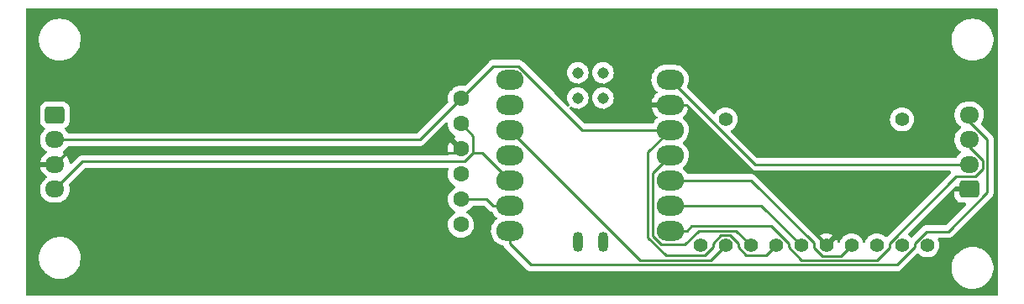
<source format=gbr>
%TF.GenerationSoftware,KiCad,Pcbnew,(6.0.7)*%
%TF.CreationDate,2023-03-01T01:03:30+09:00*%
%TF.ProjectId,airdata,61697264-6174-4612-9e6b-696361645f70,rev?*%
%TF.SameCoordinates,Original*%
%TF.FileFunction,Copper,L1,Top*%
%TF.FilePolarity,Positive*%
%FSLAX46Y46*%
G04 Gerber Fmt 4.6, Leading zero omitted, Abs format (unit mm)*
G04 Created by KiCad (PCBNEW (6.0.7)) date 2023-03-01 01:03:30*
%MOMM*%
%LPD*%
G01*
G04 APERTURE LIST*
G04 Aperture macros list*
%AMRoundRect*
0 Rectangle with rounded corners*
0 $1 Rounding radius*
0 $2 $3 $4 $5 $6 $7 $8 $9 X,Y pos of 4 corners*
0 Add a 4 corners polygon primitive as box body*
4,1,4,$2,$3,$4,$5,$6,$7,$8,$9,$2,$3,0*
0 Add four circle primitives for the rounded corners*
1,1,$1+$1,$2,$3*
1,1,$1+$1,$4,$5*
1,1,$1+$1,$6,$7*
1,1,$1+$1,$8,$9*
0 Add four rect primitives between the rounded corners*
20,1,$1+$1,$2,$3,$4,$5,0*
20,1,$1+$1,$4,$5,$6,$7,0*
20,1,$1+$1,$6,$7,$8,$9,0*
20,1,$1+$1,$8,$9,$2,$3,0*%
G04 Aperture macros list end*
%TA.AperFunction,SMDPad,CuDef*%
%ADD10O,2.748280X1.998980*%
%TD*%
%TA.AperFunction,SMDPad,CuDef*%
%ADD11O,1.016000X2.032000*%
%TD*%
%TA.AperFunction,SMDPad,CuDef*%
%ADD12C,1.143000*%
%TD*%
%TA.AperFunction,ComponentPad*%
%ADD13RoundRect,0.250000X0.725000X-0.600000X0.725000X0.600000X-0.725000X0.600000X-0.725000X-0.600000X0*%
%TD*%
%TA.AperFunction,ComponentPad*%
%ADD14O,1.950000X1.700000*%
%TD*%
%TA.AperFunction,ComponentPad*%
%ADD15RoundRect,0.250000X-0.725000X0.600000X-0.725000X-0.600000X0.725000X-0.600000X0.725000X0.600000X0*%
%TD*%
%TA.AperFunction,ComponentPad*%
%ADD16C,1.400000*%
%TD*%
%TA.AperFunction,ComponentPad*%
%ADD17C,1.600000*%
%TD*%
%TA.AperFunction,Conductor*%
%ADD18C,0.250000*%
%TD*%
G04 APERTURE END LIST*
D10*
%TO.P,U2,1,PA02_A0_D0*%
%TO.N,unconnected-(U2-Pad1)*%
X148358720Y-94025480D03*
%TO.P,U2,2,PA4_A1_D1*%
%TO.N,unconnected-(U2-Pad2)*%
X148358720Y-96565480D03*
%TO.P,U2,3,PA10_A2_D2*%
%TO.N,/CS*%
X148358720Y-99105480D03*
%TO.P,U2,4,PA11_A3_D3*%
%TO.N,unconnected-(U2-Pad4)*%
X148358720Y-101645480D03*
%TO.P,U2,5,PA8_A4_D4_SDA*%
%TO.N,/SDA*%
X148358720Y-104185480D03*
%TO.P,U2,6,PA9_A5_D5_SCL*%
%TO.N,/SCL*%
X148358720Y-106725480D03*
%TO.P,U2,7,PB08_A6_D6_TX*%
%TO.N,/DRXT*%
X148358720Y-109265480D03*
%TO.P,U2,8,PB09_A7_D7_RX*%
%TO.N,/DTXR*%
X164523280Y-109265480D03*
%TO.P,U2,9,PA7_A8_D8_SCK*%
%TO.N,Net-(J1-Pad5)*%
X164523280Y-106725480D03*
%TO.P,U2,10,PA5_A9_D9_MISO*%
%TO.N,Net-(J1-Pad7)*%
X164523280Y-104185480D03*
%TO.P,U2,11,PA6_A10_D10_MOSI*%
%TO.N,Net-(J1-Pad3)*%
X164523280Y-101645480D03*
%TO.P,U2,12,3V3*%
%TO.N,+3V3*%
X164523280Y-99105480D03*
%TO.P,U2,13,GND*%
%TO.N,GND*%
X164523280Y-96565480D03*
%TO.P,U2,14,5V*%
%TO.N,+5V*%
X164523280Y-94025480D03*
D11*
%TO.P,U2,15,5V*%
%TO.N,unconnected-(U2-Pad15)*%
X155225600Y-110343300D03*
%TO.P,U2,16,GND*%
%TO.N,unconnected-(U2-Pad16)*%
X157775600Y-110343300D03*
D12*
%TO.P,U2,17,PA31_SWDIO*%
%TO.N,unconnected-(U2-Pad17)*%
X155224403Y-93339113D03*
%TO.P,U2,18,PA30_SWCLK*%
%TO.N,unconnected-(U2-Pad18)*%
X157764403Y-93339113D03*
%TO.P,U2,19,RESET*%
%TO.N,unconnected-(U2-Pad19)*%
X155224403Y-95879113D03*
%TO.P,U2,20,GND*%
%TO.N,unconnected-(U2-Pad20)*%
X157764403Y-95879113D03*
%TD*%
D13*
%TO.P,TORICA-UART1,1,Pin_1*%
%TO.N,GND*%
X194670000Y-105080000D03*
D14*
%TO.P,TORICA-UART1,2,Pin_2*%
%TO.N,+5V*%
X194670000Y-102580000D03*
%TO.P,TORICA-UART1,3,Pin_3*%
%TO.N,/DTXR*%
X194670000Y-100080000D03*
%TO.P,TORICA-UART1,4,Pin_4*%
%TO.N,/DRXT*%
X194670000Y-97580000D03*
%TD*%
%TO.P,PitotTube1,4,Pin_4*%
%TO.N,/SDA*%
X102510000Y-105080000D03*
%TO.P,PitotTube1,3,Pin_3*%
%TO.N,GND*%
X102510000Y-102580000D03*
%TO.P,PitotTube1,2,Pin_2*%
%TO.N,+3V3*%
X102510000Y-100080000D03*
D15*
%TO.P,PitotTube1,1,Pin_1*%
%TO.N,/SCL*%
X102510000Y-97580000D03*
%TD*%
D16*
%TO.P,J1,1,DAT2*%
%TO.N,unconnected-(J1-Pad1)*%
X167570000Y-110730000D03*
%TO.P,J1,2,DAT3/CD*%
%TO.N,/CS*%
X170110000Y-110730000D03*
%TO.P,J1,3,CMD*%
%TO.N,Net-(J1-Pad3)*%
X172650000Y-110730000D03*
%TO.P,J1,4,VDD*%
%TO.N,+3V3*%
X175190000Y-110730000D03*
%TO.P,J1,5,CLK*%
%TO.N,Net-(J1-Pad5)*%
X177730000Y-110730000D03*
%TO.P,J1,6,VSS*%
%TO.N,GND*%
X180270000Y-110730000D03*
%TO.P,J1,7,DAT0*%
%TO.N,Net-(J1-Pad7)*%
X182810000Y-110730000D03*
%TO.P,J1,8,DAT1*%
%TO.N,unconnected-(J1-Pad8)*%
X185350000Y-110730000D03*
%TO.P,J1,9,DET_B*%
%TO.N,unconnected-(J1-Pad9)*%
X187890000Y-110730000D03*
%TO.P,J1,10,DET_A*%
%TO.N,unconnected-(J1-Pad10)*%
X190430000Y-110730000D03*
%TO.P,J1,11,SHIELD*%
%TO.N,unconnected-(J1-Pad11)*%
X187890000Y-98030000D03*
%TO.P,J1,13*%
%TO.N,N/C*%
X170110000Y-98030000D03*
%TD*%
D17*
%TO.P,U1,1,VCC*%
%TO.N,+3V3*%
X143440000Y-95945000D03*
%TO.P,U1,2,SDI*%
%TO.N,/SDA*%
X143440000Y-98485000D03*
%TO.P,U1,3,GND*%
%TO.N,GND*%
X143440000Y-101025000D03*
%TO.P,U1,4,SDO*%
%TO.N,unconnected-(U1-Pad4)*%
X143440000Y-103565000D03*
%TO.P,U1,5,CSK*%
%TO.N,/SCL*%
X143440000Y-106105000D03*
%TO.P,U1,6,CS*%
%TO.N,unconnected-(U1-Pad6)*%
X143440000Y-108645000D03*
%TD*%
D18*
%TO.N,/DTXR*%
X166222600Y-109265500D02*
X164523300Y-109265500D01*
X166683500Y-108804600D02*
X166222600Y-109265500D01*
X174751300Y-108804600D02*
X166683500Y-108804600D01*
X176460000Y-110513300D02*
X174751300Y-108804600D01*
X176460000Y-110928300D02*
X176460000Y-110513300D01*
X177785400Y-112253700D02*
X176460000Y-110928300D01*
X185344900Y-112253700D02*
X177785400Y-112253700D01*
X186620000Y-110510400D02*
X186620000Y-110978600D01*
X186620000Y-110978600D02*
X185344900Y-112253700D01*
X195270700Y-103772900D02*
X193357500Y-103772900D01*
X196017300Y-103026300D02*
X195270700Y-103772900D01*
X193357500Y-103772900D02*
X186620000Y-110510400D01*
X196017300Y-102131600D02*
X196017300Y-103026300D01*
X194670000Y-100784300D02*
X196017300Y-102131600D01*
X194670000Y-100080000D02*
X194670000Y-100784300D01*
%TO.N,/DRXT*%
X148358700Y-110590100D02*
X148358700Y-109265500D01*
X150473100Y-112704500D02*
X148358700Y-110590100D01*
X187379500Y-112704500D02*
X150473100Y-112704500D01*
X189160000Y-110924000D02*
X187379500Y-112704500D01*
X190352700Y-109353400D02*
X189160000Y-110546100D01*
X192548700Y-109353400D02*
X190352700Y-109353400D01*
X196486100Y-105416000D02*
X192548700Y-109353400D01*
X196486100Y-100057100D02*
X196486100Y-105416000D01*
X194670000Y-98241000D02*
X196486100Y-100057100D01*
X189160000Y-110546100D02*
X189160000Y-110924000D01*
X194670000Y-97580000D02*
X194670000Y-98241000D01*
%TO.N,/SDA*%
X143820300Y-102295000D02*
X144683400Y-101431900D01*
X105295000Y-102295000D02*
X143820300Y-102295000D01*
X102510000Y-105080000D02*
X105295000Y-102295000D01*
%TO.N,GND*%
X143060100Y-101404900D02*
X143440000Y-101025000D01*
X103685100Y-101404900D02*
X143060100Y-101404900D01*
X102510000Y-102580000D02*
X103685100Y-101404900D01*
%TO.N,/CS*%
X161471300Y-112218100D02*
X168621900Y-112218100D01*
X168621900Y-112218100D02*
X170110000Y-110730000D01*
X148358700Y-99105500D02*
X161471300Y-112218100D01*
%TO.N,+3V3*%
X162273100Y-109949700D02*
X162273100Y-101355700D01*
X167991400Y-111768000D02*
X164091400Y-111768000D01*
X164091400Y-111768000D02*
X162273100Y-109949700D01*
X169671000Y-109704800D02*
X168840000Y-110535800D01*
X171380000Y-110548500D02*
X170536300Y-109704800D01*
X174164800Y-111755200D02*
X172211100Y-111755200D01*
X170536300Y-109704800D02*
X169671000Y-109704800D01*
X102510000Y-100080000D02*
X139305000Y-100080000D01*
X168840000Y-110919400D02*
X167991400Y-111768000D01*
X171380000Y-110924100D02*
X171380000Y-110548500D01*
X175190000Y-110730000D02*
X174164800Y-111755200D01*
X172211100Y-111755200D02*
X171380000Y-110924100D01*
X143440000Y-95945000D02*
X146723400Y-92661600D01*
X139305000Y-100080000D02*
X143440000Y-95945000D01*
X168840000Y-110535800D02*
X168840000Y-110919400D01*
X155691100Y-99105500D02*
X164523300Y-99105500D01*
X162273100Y-101355700D02*
X164523300Y-99105500D01*
X146723400Y-92661600D02*
X149247200Y-92661600D01*
X149247200Y-92661600D02*
X155691100Y-99105500D01*
%TO.N,GND*%
X164523300Y-96565500D02*
X166222600Y-96565500D01*
X166222600Y-96682600D02*
X166222600Y-96565500D01*
X180270000Y-110730000D02*
X166222600Y-96682600D01*
%TO.N,/SCL*%
X143440000Y-106105000D02*
X146038900Y-106105000D01*
X148358700Y-106725500D02*
X146659400Y-106725500D01*
X146038900Y-106105000D02*
X146659400Y-106725500D01*
%TO.N,/SDA*%
X145605100Y-101431900D02*
X148358700Y-104185500D01*
X144683400Y-101431900D02*
X144683400Y-99728400D01*
X144683400Y-101431900D02*
X145605100Y-101431900D01*
X144683400Y-99728400D02*
X143440000Y-98485000D01*
%TO.N,+5V*%
X194670000Y-102580000D02*
X193369900Y-102580000D01*
X193369900Y-102580000D02*
X173077800Y-102580000D01*
X173077800Y-102580000D02*
X164523300Y-94025500D01*
%TO.N,Net-(J1-Pad5)*%
X177730000Y-110730000D02*
X173725500Y-106725500D01*
X173725500Y-106725500D02*
X164523300Y-106725500D01*
%TO.N,Net-(J1-Pad7)*%
X179000000Y-110948200D02*
X179000000Y-110504800D01*
X181736500Y-111803500D02*
X179855300Y-111803500D01*
X179855300Y-111803500D02*
X179000000Y-110948200D01*
X179000000Y-110504800D02*
X172680700Y-104185500D01*
X182810000Y-110730000D02*
X181736500Y-111803500D01*
X172680700Y-104185500D02*
X164523300Y-104185500D01*
%TO.N,Net-(J1-Pad3)*%
X162771600Y-109786400D02*
X162771600Y-103397200D01*
X167401500Y-109254700D02*
X166020900Y-110635300D01*
X171174700Y-109254700D02*
X167401500Y-109254700D01*
X162771600Y-103397200D02*
X164523300Y-101645500D01*
X166020900Y-110635300D02*
X163620500Y-110635300D01*
X163620500Y-110635300D02*
X162771600Y-109786400D01*
X172650000Y-110730000D02*
X171174700Y-109254700D01*
%TD*%
%TA.AperFunction,Conductor*%
%TO.N,GND*%
G36*
X197553621Y-86888502D02*
G01*
X197600114Y-86942158D01*
X197611500Y-86994500D01*
X197611500Y-115665500D01*
X197591498Y-115733621D01*
X197537842Y-115780114D01*
X197485500Y-115791500D01*
X99694500Y-115791500D01*
X99626379Y-115771498D01*
X99579886Y-115717842D01*
X99568500Y-115665500D01*
X99568500Y-112132703D01*
X100890743Y-112132703D01*
X100928268Y-112417734D01*
X101004129Y-112695036D01*
X101005813Y-112698984D01*
X101068187Y-112845216D01*
X101116923Y-112959476D01*
X101128693Y-112979142D01*
X101253517Y-113187707D01*
X101264561Y-113206161D01*
X101444313Y-113430528D01*
X101652851Y-113628423D01*
X101886317Y-113796186D01*
X101890112Y-113798195D01*
X101890113Y-113798196D01*
X101911869Y-113809715D01*
X102140392Y-113930712D01*
X102410373Y-114029511D01*
X102691264Y-114090755D01*
X102719841Y-114093004D01*
X102914282Y-114108307D01*
X102914291Y-114108307D01*
X102916739Y-114108500D01*
X103072271Y-114108500D01*
X103074407Y-114108354D01*
X103074418Y-114108354D01*
X103282548Y-114094165D01*
X103282554Y-114094164D01*
X103286825Y-114093873D01*
X103291020Y-114093004D01*
X103291022Y-114093004D01*
X103427584Y-114064723D01*
X103568342Y-114035574D01*
X103839343Y-113939607D01*
X104094812Y-113807750D01*
X104098313Y-113805289D01*
X104098317Y-113805287D01*
X104261077Y-113690897D01*
X104330023Y-113642441D01*
X104540622Y-113446740D01*
X104722713Y-113224268D01*
X104872927Y-112979142D01*
X104988483Y-112715898D01*
X105067244Y-112439406D01*
X105107751Y-112154784D01*
X105107845Y-112136951D01*
X105109235Y-111871583D01*
X105109235Y-111871576D01*
X105109257Y-111867297D01*
X105103641Y-111824635D01*
X105072292Y-111586522D01*
X105071732Y-111582266D01*
X105062275Y-111547695D01*
X105010259Y-111357559D01*
X104995871Y-111304964D01*
X104971493Y-111247810D01*
X104884763Y-111044476D01*
X104884761Y-111044472D01*
X104883077Y-111040524D01*
X104797609Y-110897717D01*
X104737643Y-110797521D01*
X104737640Y-110797517D01*
X104735439Y-110793839D01*
X104555687Y-110569472D01*
X104416984Y-110437848D01*
X104350258Y-110374527D01*
X104350255Y-110374525D01*
X104347149Y-110371577D01*
X104113683Y-110203814D01*
X104091843Y-110192250D01*
X104042548Y-110166150D01*
X103859608Y-110069288D01*
X103652483Y-109993491D01*
X103593658Y-109971964D01*
X103593656Y-109971963D01*
X103589627Y-109970489D01*
X103308736Y-109909245D01*
X103277685Y-109906801D01*
X103085718Y-109891693D01*
X103085709Y-109891693D01*
X103083261Y-109891500D01*
X102927729Y-109891500D01*
X102925593Y-109891646D01*
X102925582Y-109891646D01*
X102717452Y-109905835D01*
X102717446Y-109905836D01*
X102713175Y-109906127D01*
X102708980Y-109906996D01*
X102708978Y-109906996D01*
X102626584Y-109924059D01*
X102431658Y-109964426D01*
X102160657Y-110060393D01*
X102125457Y-110078561D01*
X102046742Y-110119189D01*
X101905188Y-110192250D01*
X101901687Y-110194711D01*
X101901683Y-110194713D01*
X101787583Y-110274904D01*
X101669977Y-110357559D01*
X101635302Y-110389781D01*
X101480000Y-110534097D01*
X101459378Y-110553260D01*
X101277287Y-110775732D01*
X101127073Y-111020858D01*
X101125347Y-111024791D01*
X101125346Y-111024792D01*
X101013243Y-111280170D01*
X101011517Y-111284102D01*
X100932756Y-111560594D01*
X100912064Y-111705986D01*
X100895832Y-111820043D01*
X100892249Y-111845216D01*
X100892227Y-111849505D01*
X100892226Y-111849512D01*
X100891066Y-112071000D01*
X100890743Y-112132703D01*
X99568500Y-112132703D01*
X99568500Y-105015774D01*
X101023102Y-105015774D01*
X101023302Y-105021103D01*
X101023302Y-105021105D01*
X101026100Y-105095643D01*
X101031751Y-105246158D01*
X101032846Y-105251377D01*
X101034802Y-105260700D01*
X101079093Y-105471791D01*
X101081051Y-105476750D01*
X101081052Y-105476752D01*
X101160707Y-105678449D01*
X101163776Y-105686221D01*
X101166543Y-105690780D01*
X101166544Y-105690783D01*
X101227472Y-105791189D01*
X101283377Y-105883317D01*
X101286874Y-105887347D01*
X101393274Y-106009962D01*
X101434477Y-106057445D01*
X101438608Y-106060832D01*
X101608627Y-106200240D01*
X101608633Y-106200244D01*
X101612755Y-106203624D01*
X101617391Y-106206263D01*
X101617394Y-106206265D01*
X101726422Y-106268327D01*
X101813114Y-106317675D01*
X102029825Y-106396337D01*
X102035074Y-106397286D01*
X102035077Y-106397287D01*
X102252608Y-106436623D01*
X102252615Y-106436624D01*
X102256692Y-106437361D01*
X102274414Y-106438197D01*
X102279356Y-106438430D01*
X102279363Y-106438430D01*
X102280844Y-106438500D01*
X102692890Y-106438500D01*
X102773926Y-106431624D01*
X102859409Y-106424371D01*
X102859413Y-106424370D01*
X102864720Y-106423920D01*
X102869875Y-106422582D01*
X102869881Y-106422581D01*
X103082703Y-106367343D01*
X103082707Y-106367342D01*
X103087872Y-106366001D01*
X103092738Y-106363809D01*
X103092741Y-106363808D01*
X103293202Y-106273507D01*
X103298075Y-106271312D01*
X103489319Y-106142559D01*
X103656135Y-105983424D01*
X103793754Y-105798458D01*
X103814810Y-105757045D01*
X103868840Y-105650775D01*
X103898240Y-105592949D01*
X103902680Y-105578652D01*
X103965024Y-105377871D01*
X103966607Y-105372773D01*
X103981461Y-105260700D01*
X103996198Y-105149511D01*
X103996198Y-105149506D01*
X103996898Y-105144226D01*
X103988249Y-104913842D01*
X103940907Y-104688209D01*
X103930735Y-104662452D01*
X103924315Y-104591747D01*
X103958831Y-104527074D01*
X105520500Y-102965405D01*
X105582812Y-102931379D01*
X105609595Y-102928500D01*
X142095255Y-102928500D01*
X142163376Y-102948502D01*
X142209869Y-103002158D01*
X142219973Y-103072432D01*
X142209448Y-103107753D01*
X142205716Y-103115757D01*
X142204294Y-103121065D01*
X142204293Y-103121067D01*
X142147881Y-103331598D01*
X142146457Y-103336913D01*
X142126502Y-103565000D01*
X142146457Y-103793087D01*
X142205716Y-104014243D01*
X142208039Y-104019224D01*
X142208039Y-104019225D01*
X142300151Y-104216762D01*
X142300154Y-104216767D01*
X142302477Y-104221749D01*
X142326535Y-104256107D01*
X142387770Y-104343559D01*
X142433802Y-104409300D01*
X142595700Y-104571198D01*
X142600208Y-104574355D01*
X142600211Y-104574357D01*
X142654875Y-104612633D01*
X142783251Y-104702523D01*
X142788233Y-104704846D01*
X142788238Y-104704849D01*
X142822457Y-104720805D01*
X142875742Y-104767722D01*
X142895203Y-104835999D01*
X142874661Y-104903959D01*
X142822457Y-104949195D01*
X142788238Y-104965151D01*
X142788233Y-104965154D01*
X142783251Y-104967477D01*
X142678389Y-105040902D01*
X142600211Y-105095643D01*
X142600208Y-105095645D01*
X142595700Y-105098802D01*
X142433802Y-105260700D01*
X142302477Y-105448251D01*
X142300154Y-105453233D01*
X142300151Y-105453238D01*
X142219409Y-105626392D01*
X142205716Y-105655757D01*
X142204294Y-105661065D01*
X142204293Y-105661067D01*
X142147881Y-105871598D01*
X142146457Y-105876913D01*
X142126502Y-106105000D01*
X142146457Y-106333087D01*
X142147881Y-106338400D01*
X142147881Y-106338402D01*
X142174703Y-106438500D01*
X142205716Y-106554243D01*
X142208039Y-106559224D01*
X142208039Y-106559225D01*
X142300151Y-106756762D01*
X142300154Y-106756767D01*
X142302477Y-106761749D01*
X142433802Y-106949300D01*
X142595700Y-107111198D01*
X142600208Y-107114355D01*
X142600211Y-107114357D01*
X142654875Y-107152633D01*
X142783251Y-107242523D01*
X142788233Y-107244846D01*
X142788238Y-107244849D01*
X142822457Y-107260805D01*
X142875742Y-107307722D01*
X142895203Y-107375999D01*
X142874661Y-107443959D01*
X142822457Y-107489195D01*
X142788238Y-107505151D01*
X142788233Y-107505154D01*
X142783251Y-107507477D01*
X142678389Y-107580902D01*
X142600211Y-107635643D01*
X142600208Y-107635645D01*
X142595700Y-107638802D01*
X142433802Y-107800700D01*
X142302477Y-107988251D01*
X142300154Y-107993233D01*
X142300151Y-107993238D01*
X142211391Y-108183587D01*
X142205716Y-108195757D01*
X142204294Y-108201065D01*
X142204293Y-108201067D01*
X142147881Y-108411598D01*
X142146457Y-108416913D01*
X142126502Y-108645000D01*
X142146457Y-108873087D01*
X142147881Y-108878400D01*
X142147881Y-108878402D01*
X142177384Y-108988506D01*
X142205716Y-109094243D01*
X142208039Y-109099224D01*
X142208039Y-109099225D01*
X142300151Y-109296762D01*
X142300154Y-109296767D01*
X142302477Y-109301749D01*
X142375902Y-109406611D01*
X142423793Y-109475005D01*
X142433802Y-109489300D01*
X142595700Y-109651198D01*
X142600208Y-109654355D01*
X142600211Y-109654357D01*
X142654875Y-109692633D01*
X142783251Y-109782523D01*
X142788233Y-109784846D01*
X142788238Y-109784849D01*
X142953648Y-109861980D01*
X142990757Y-109879284D01*
X142996065Y-109880706D01*
X142996067Y-109880707D01*
X143206598Y-109937119D01*
X143206600Y-109937119D01*
X143211913Y-109938543D01*
X143440000Y-109958498D01*
X143668087Y-109938543D01*
X143673400Y-109937119D01*
X143673402Y-109937119D01*
X143883933Y-109880707D01*
X143883935Y-109880706D01*
X143889243Y-109879284D01*
X143926352Y-109861980D01*
X144091762Y-109784849D01*
X144091767Y-109784846D01*
X144096749Y-109782523D01*
X144225125Y-109692633D01*
X144279789Y-109654357D01*
X144279792Y-109654355D01*
X144284300Y-109651198D01*
X144446198Y-109489300D01*
X144456208Y-109475005D01*
X144504098Y-109406611D01*
X144577523Y-109301749D01*
X144579846Y-109296767D01*
X144579849Y-109296762D01*
X144671961Y-109099225D01*
X144671961Y-109099224D01*
X144674284Y-109094243D01*
X144702617Y-108988506D01*
X144732119Y-108878402D01*
X144732119Y-108878400D01*
X144733543Y-108873087D01*
X144753498Y-108645000D01*
X144733543Y-108416913D01*
X144732119Y-108411598D01*
X144675707Y-108201067D01*
X144675706Y-108201065D01*
X144674284Y-108195757D01*
X144668609Y-108183587D01*
X144579849Y-107993238D01*
X144579846Y-107993233D01*
X144577523Y-107988251D01*
X144446198Y-107800700D01*
X144284300Y-107638802D01*
X144279792Y-107635645D01*
X144279789Y-107635643D01*
X144201611Y-107580902D01*
X144096749Y-107507477D01*
X144091767Y-107505154D01*
X144091762Y-107505151D01*
X144057543Y-107489195D01*
X144004258Y-107442278D01*
X143984797Y-107374001D01*
X144005339Y-107306041D01*
X144057543Y-107260805D01*
X144091762Y-107244849D01*
X144091767Y-107244846D01*
X144096749Y-107242523D01*
X144225125Y-107152633D01*
X144279789Y-107114357D01*
X144279792Y-107114355D01*
X144284300Y-107111198D01*
X144446198Y-106949300D01*
X144556181Y-106792229D01*
X144611638Y-106747901D01*
X144659394Y-106738500D01*
X145724306Y-106738500D01*
X145792427Y-106758502D01*
X145813401Y-106775405D01*
X146155743Y-107117747D01*
X146163287Y-107126037D01*
X146167400Y-107132518D01*
X146173177Y-107137943D01*
X146217067Y-107179158D01*
X146219909Y-107181913D01*
X146239631Y-107201635D01*
X146242755Y-107204058D01*
X146242759Y-107204062D01*
X146242824Y-107204112D01*
X146251845Y-107211817D01*
X146284079Y-107242086D01*
X146291027Y-107245905D01*
X146291029Y-107245907D01*
X146301832Y-107251846D01*
X146318359Y-107262702D01*
X146328098Y-107270257D01*
X146328100Y-107270258D01*
X146334360Y-107275114D01*
X146374940Y-107292674D01*
X146385588Y-107297891D01*
X146403471Y-107307722D01*
X146424340Y-107319195D01*
X146432016Y-107321166D01*
X146432019Y-107321167D01*
X146443962Y-107324233D01*
X146462667Y-107330637D01*
X146481255Y-107338681D01*
X146489078Y-107339920D01*
X146489088Y-107339923D01*
X146524924Y-107345599D01*
X146536545Y-107348005D01*
X146562800Y-107354746D01*
X146623807Y-107391061D01*
X146645661Y-107423538D01*
X146655184Y-107443959D01*
X146668615Y-107472763D01*
X146671457Y-107476944D01*
X146671457Y-107476945D01*
X146802167Y-107669279D01*
X146802170Y-107669283D01*
X146805013Y-107673466D01*
X146971745Y-107849781D01*
X147030783Y-107894919D01*
X147072749Y-107952181D01*
X147077094Y-108023045D01*
X147037577Y-108089527D01*
X146899581Y-108211186D01*
X146899578Y-108211189D01*
X146895784Y-108214534D01*
X146892574Y-108218442D01*
X146892573Y-108218443D01*
X146883989Y-108228893D01*
X146741757Y-108402050D01*
X146619691Y-108611779D01*
X146617877Y-108616505D01*
X146617875Y-108616509D01*
X146534543Y-108833598D01*
X146532728Y-108838327D01*
X146483104Y-109075864D01*
X146482875Y-109080913D01*
X146482874Y-109080919D01*
X146481084Y-109120349D01*
X146472096Y-109318279D01*
X146499987Y-109559336D01*
X146501366Y-109564210D01*
X146501367Y-109564214D01*
X146563785Y-109784795D01*
X146566060Y-109792833D01*
X146568194Y-109797408D01*
X146568196Y-109797415D01*
X146665181Y-110005399D01*
X146668615Y-110012763D01*
X146671457Y-110016944D01*
X146671457Y-110016945D01*
X146802167Y-110209279D01*
X146802170Y-110209283D01*
X146805013Y-110213466D01*
X146971745Y-110389781D01*
X146975771Y-110392859D01*
X146975772Y-110392860D01*
X147160502Y-110534097D01*
X147160506Y-110534100D01*
X147164522Y-110537170D01*
X147378384Y-110651842D01*
X147607828Y-110730846D01*
X147612814Y-110731707D01*
X147612813Y-110731707D01*
X147669291Y-110741463D01*
X147733013Y-110772768D01*
X147768841Y-110830472D01*
X147772682Y-110843693D01*
X147776715Y-110850512D01*
X147776717Y-110850517D01*
X147782993Y-110861128D01*
X147791688Y-110878876D01*
X147799148Y-110897717D01*
X147803810Y-110904133D01*
X147803810Y-110904134D01*
X147825136Y-110933487D01*
X147831652Y-110943407D01*
X147848541Y-110971964D01*
X147854158Y-110981462D01*
X147868479Y-110995783D01*
X147881319Y-111010816D01*
X147893228Y-111027207D01*
X147914103Y-111044476D01*
X147927305Y-111055398D01*
X147936084Y-111063388D01*
X149969443Y-113096747D01*
X149976987Y-113105037D01*
X149981100Y-113111518D01*
X149986877Y-113116943D01*
X150030767Y-113158158D01*
X150033609Y-113160913D01*
X150053330Y-113180634D01*
X150056525Y-113183112D01*
X150065547Y-113190818D01*
X150097779Y-113221086D01*
X150104728Y-113224906D01*
X150115532Y-113230846D01*
X150132056Y-113241699D01*
X150148059Y-113254113D01*
X150188643Y-113271676D01*
X150199273Y-113276883D01*
X150238040Y-113298195D01*
X150245717Y-113300166D01*
X150245722Y-113300168D01*
X150257658Y-113303232D01*
X150276366Y-113309637D01*
X150294955Y-113317681D01*
X150302783Y-113318921D01*
X150302790Y-113318923D01*
X150338624Y-113324599D01*
X150350244Y-113327005D01*
X150382059Y-113335173D01*
X150393070Y-113338000D01*
X150413324Y-113338000D01*
X150433034Y-113339551D01*
X150453043Y-113342720D01*
X150460935Y-113341974D01*
X150479680Y-113340202D01*
X150497062Y-113338559D01*
X150508919Y-113338000D01*
X187300733Y-113338000D01*
X187311916Y-113338527D01*
X187319409Y-113340202D01*
X187327335Y-113339953D01*
X187327336Y-113339953D01*
X187387486Y-113338062D01*
X187391445Y-113338000D01*
X187419356Y-113338000D01*
X187423291Y-113337503D01*
X187423356Y-113337495D01*
X187435193Y-113336562D01*
X187467451Y-113335548D01*
X187471470Y-113335422D01*
X187479389Y-113335173D01*
X187498843Y-113329521D01*
X187518200Y-113325513D01*
X187530430Y-113323968D01*
X187530431Y-113323968D01*
X187538297Y-113322974D01*
X187545668Y-113320055D01*
X187545670Y-113320055D01*
X187579412Y-113306696D01*
X187590642Y-113302851D01*
X187625483Y-113292729D01*
X187625484Y-113292729D01*
X187633093Y-113290518D01*
X187639912Y-113286485D01*
X187639917Y-113286483D01*
X187650528Y-113280207D01*
X187668276Y-113271512D01*
X187687117Y-113264052D01*
X187707487Y-113249253D01*
X187722887Y-113238064D01*
X187732807Y-113231548D01*
X187764035Y-113213080D01*
X187764038Y-113213078D01*
X187770862Y-113209042D01*
X187785183Y-113194721D01*
X187800217Y-113181880D01*
X187801932Y-113180634D01*
X187816607Y-113169972D01*
X187844798Y-113135895D01*
X187847703Y-113132703D01*
X192890743Y-113132703D01*
X192891302Y-113136947D01*
X192891302Y-113136951D01*
X192903664Y-113230846D01*
X192928268Y-113417734D01*
X193004129Y-113695036D01*
X193005813Y-113698984D01*
X193107610Y-113937641D01*
X193116923Y-113959476D01*
X193158838Y-114029511D01*
X193205997Y-114108307D01*
X193264561Y-114206161D01*
X193444313Y-114430528D01*
X193652851Y-114628423D01*
X193886317Y-114796186D01*
X193890112Y-114798195D01*
X193890113Y-114798196D01*
X193911869Y-114809715D01*
X194140392Y-114930712D01*
X194410373Y-115029511D01*
X194691264Y-115090755D01*
X194719841Y-115093004D01*
X194914282Y-115108307D01*
X194914291Y-115108307D01*
X194916739Y-115108500D01*
X195072271Y-115108500D01*
X195074407Y-115108354D01*
X195074418Y-115108354D01*
X195282548Y-115094165D01*
X195282554Y-115094164D01*
X195286825Y-115093873D01*
X195291020Y-115093004D01*
X195291022Y-115093004D01*
X195427583Y-115064724D01*
X195568342Y-115035574D01*
X195839343Y-114939607D01*
X196094812Y-114807750D01*
X196098313Y-114805289D01*
X196098317Y-114805287D01*
X196212418Y-114725095D01*
X196330023Y-114642441D01*
X196540622Y-114446740D01*
X196722713Y-114224268D01*
X196872927Y-113979142D01*
X196889654Y-113941038D01*
X196949244Y-113805287D01*
X196988483Y-113715898D01*
X197067244Y-113439406D01*
X197098382Y-113220614D01*
X197107146Y-113159036D01*
X197107146Y-113159034D01*
X197107751Y-113154784D01*
X197107845Y-113136951D01*
X197109235Y-112871583D01*
X197109235Y-112871576D01*
X197109257Y-112867297D01*
X197071732Y-112582266D01*
X196995871Y-112304964D01*
X196933627Y-112159036D01*
X196884763Y-112044476D01*
X196884761Y-112044472D01*
X196883077Y-112040524D01*
X196777361Y-111863886D01*
X196737643Y-111797521D01*
X196737640Y-111797517D01*
X196735439Y-111793839D01*
X196555687Y-111569472D01*
X196399565Y-111421318D01*
X196350258Y-111374527D01*
X196350255Y-111374525D01*
X196347149Y-111371577D01*
X196113683Y-111203814D01*
X196091843Y-111192250D01*
X196068654Y-111179972D01*
X195859608Y-111069288D01*
X195717274Y-111017201D01*
X195593658Y-110971964D01*
X195593656Y-110971963D01*
X195589627Y-110970489D01*
X195308736Y-110909245D01*
X195277685Y-110906801D01*
X195085718Y-110891693D01*
X195085709Y-110891693D01*
X195083261Y-110891500D01*
X194927729Y-110891500D01*
X194925593Y-110891646D01*
X194925582Y-110891646D01*
X194717452Y-110905835D01*
X194717446Y-110905836D01*
X194713175Y-110906127D01*
X194708980Y-110906996D01*
X194708978Y-110906996D01*
X194684728Y-110912018D01*
X194431658Y-110964426D01*
X194160657Y-111060393D01*
X194156848Y-111062359D01*
X194041877Y-111121700D01*
X193905188Y-111192250D01*
X193901687Y-111194711D01*
X193901683Y-111194713D01*
X193828746Y-111245974D01*
X193669977Y-111357559D01*
X193657122Y-111369505D01*
X193463306Y-111549610D01*
X193459378Y-111553260D01*
X193277287Y-111775732D01*
X193127073Y-112020858D01*
X193011517Y-112284102D01*
X192932756Y-112560594D01*
X192892249Y-112845216D01*
X192892227Y-112849505D01*
X192892226Y-112849512D01*
X192890772Y-113127116D01*
X192890743Y-113132703D01*
X187847703Y-113132703D01*
X187852788Y-113127116D01*
X189396319Y-111583586D01*
X189458631Y-111549560D01*
X189529447Y-111554625D01*
X189574509Y-111583586D01*
X189650224Y-111659301D01*
X189823442Y-111780589D01*
X189828420Y-111782910D01*
X189828423Y-111782912D01*
X190010108Y-111867633D01*
X190015090Y-111869956D01*
X190020398Y-111871378D01*
X190020400Y-111871379D01*
X190214030Y-111923262D01*
X190214032Y-111923262D01*
X190219345Y-111924686D01*
X190430000Y-111943116D01*
X190640655Y-111924686D01*
X190645968Y-111923262D01*
X190645970Y-111923262D01*
X190839600Y-111871379D01*
X190839602Y-111871378D01*
X190844910Y-111869956D01*
X190849892Y-111867633D01*
X191031577Y-111782912D01*
X191031580Y-111782910D01*
X191036558Y-111780589D01*
X191209776Y-111659301D01*
X191359301Y-111509776D01*
X191480589Y-111336558D01*
X191493392Y-111309103D01*
X191567633Y-111149892D01*
X191567634Y-111149891D01*
X191569956Y-111144910D01*
X191572746Y-111134500D01*
X191623262Y-110945970D01*
X191623262Y-110945968D01*
X191624686Y-110940655D01*
X191643116Y-110730000D01*
X191624686Y-110519345D01*
X191613314Y-110476903D01*
X191571379Y-110320400D01*
X191571378Y-110320398D01*
X191569956Y-110315090D01*
X191561937Y-110297892D01*
X191500504Y-110166150D01*
X191489843Y-110095958D01*
X191518823Y-110031146D01*
X191578243Y-109992289D01*
X191614699Y-109986900D01*
X192469933Y-109986900D01*
X192481116Y-109987427D01*
X192488609Y-109989102D01*
X192496535Y-109988853D01*
X192496536Y-109988853D01*
X192556686Y-109986962D01*
X192560645Y-109986900D01*
X192588556Y-109986900D01*
X192592491Y-109986403D01*
X192592556Y-109986395D01*
X192604393Y-109985462D01*
X192636651Y-109984448D01*
X192640670Y-109984322D01*
X192648589Y-109984073D01*
X192668043Y-109978421D01*
X192687400Y-109974413D01*
X192699630Y-109972868D01*
X192699631Y-109972868D01*
X192707497Y-109971874D01*
X192714868Y-109968955D01*
X192714870Y-109968955D01*
X192748612Y-109955596D01*
X192759842Y-109951751D01*
X192794683Y-109941629D01*
X192794684Y-109941629D01*
X192802293Y-109939418D01*
X192809112Y-109935385D01*
X192809117Y-109935383D01*
X192819728Y-109929107D01*
X192837476Y-109920412D01*
X192856317Y-109912952D01*
X192877393Y-109897640D01*
X192892087Y-109886964D01*
X192902007Y-109880448D01*
X192933235Y-109861980D01*
X192933238Y-109861978D01*
X192940062Y-109857942D01*
X192954383Y-109843621D01*
X192969417Y-109830780D01*
X192979394Y-109823531D01*
X192985807Y-109818872D01*
X193013998Y-109784795D01*
X193021988Y-109776016D01*
X196878347Y-105919657D01*
X196886637Y-105912113D01*
X196893118Y-105908000D01*
X196939759Y-105858332D01*
X196942513Y-105855491D01*
X196962234Y-105835770D01*
X196964712Y-105832575D01*
X196972418Y-105823553D01*
X196997258Y-105797101D01*
X197002686Y-105791321D01*
X197012446Y-105773568D01*
X197023299Y-105757045D01*
X197030853Y-105747306D01*
X197035713Y-105741041D01*
X197053276Y-105700457D01*
X197058483Y-105689827D01*
X197079795Y-105651060D01*
X197081766Y-105643383D01*
X197081768Y-105643378D01*
X197084832Y-105631442D01*
X197091238Y-105612730D01*
X197094645Y-105604859D01*
X197099281Y-105594145D01*
X197105919Y-105552238D01*
X197106197Y-105550481D01*
X197108604Y-105538860D01*
X197117628Y-105503711D01*
X197117628Y-105503710D01*
X197119600Y-105496030D01*
X197119600Y-105475769D01*
X197121151Y-105456058D01*
X197121677Y-105452741D01*
X197124319Y-105436057D01*
X197120159Y-105392046D01*
X197119600Y-105380189D01*
X197119600Y-100135867D01*
X197120127Y-100124684D01*
X197121802Y-100117191D01*
X197119662Y-100049114D01*
X197119600Y-100045155D01*
X197119600Y-100017244D01*
X197119095Y-100013244D01*
X197118162Y-100001401D01*
X197117022Y-99965129D01*
X197116773Y-99957210D01*
X197111122Y-99937758D01*
X197107114Y-99918406D01*
X197105567Y-99906163D01*
X197104574Y-99898303D01*
X197099403Y-99885242D01*
X197088300Y-99857197D01*
X197084455Y-99845970D01*
X197078140Y-99824235D01*
X197072118Y-99803507D01*
X197068084Y-99796685D01*
X197068081Y-99796679D01*
X197061806Y-99786068D01*
X197053110Y-99768318D01*
X197048572Y-99756856D01*
X197048569Y-99756851D01*
X197045652Y-99749483D01*
X197033001Y-99732070D01*
X197019673Y-99713725D01*
X197013157Y-99703807D01*
X196997833Y-99677896D01*
X196990642Y-99665737D01*
X196976318Y-99651413D01*
X196963476Y-99636378D01*
X196951572Y-99619993D01*
X196917506Y-99591811D01*
X196908727Y-99583822D01*
X195889778Y-98564873D01*
X195855752Y-98502561D01*
X195860817Y-98431746D01*
X195877784Y-98400565D01*
X195953754Y-98298458D01*
X195972091Y-98262393D01*
X196055822Y-98097704D01*
X196058240Y-98092949D01*
X196068955Y-98058443D01*
X196125024Y-97877871D01*
X196126607Y-97872773D01*
X196135244Y-97807605D01*
X196156198Y-97649511D01*
X196156198Y-97649506D01*
X196156898Y-97644226D01*
X196155144Y-97597490D01*
X196150035Y-97461422D01*
X196148249Y-97413842D01*
X196100907Y-97188209D01*
X196098948Y-97183248D01*
X196018185Y-96978744D01*
X196018184Y-96978742D01*
X196016224Y-96973779D01*
X196009231Y-96962254D01*
X195899390Y-96781243D01*
X195896623Y-96776683D01*
X195869762Y-96745728D01*
X195749023Y-96606588D01*
X195749021Y-96606586D01*
X195745523Y-96602555D01*
X195703970Y-96568484D01*
X195571373Y-96459760D01*
X195571367Y-96459756D01*
X195567245Y-96456376D01*
X195562609Y-96453737D01*
X195562606Y-96453735D01*
X195371529Y-96344968D01*
X195366886Y-96342325D01*
X195150175Y-96263663D01*
X195144926Y-96262714D01*
X195144923Y-96262713D01*
X194927392Y-96223377D01*
X194927385Y-96223376D01*
X194923308Y-96222639D01*
X194905586Y-96221803D01*
X194900644Y-96221570D01*
X194900637Y-96221570D01*
X194899156Y-96221500D01*
X194487110Y-96221500D01*
X194420191Y-96227178D01*
X194320591Y-96235629D01*
X194320587Y-96235630D01*
X194315280Y-96236080D01*
X194310125Y-96237418D01*
X194310119Y-96237419D01*
X194097297Y-96292657D01*
X194097293Y-96292658D01*
X194092128Y-96293999D01*
X194087262Y-96296191D01*
X194087259Y-96296192D01*
X193978980Y-96344968D01*
X193881925Y-96388688D01*
X193690681Y-96517441D01*
X193523865Y-96676576D01*
X193386246Y-96861542D01*
X193383830Y-96866293D01*
X193383828Y-96866297D01*
X193339652Y-96953186D01*
X193281760Y-97067051D01*
X193280178Y-97072145D01*
X193280177Y-97072148D01*
X193239636Y-97202712D01*
X193213393Y-97287227D01*
X193212692Y-97292516D01*
X193183963Y-97509279D01*
X193183102Y-97515774D01*
X193191751Y-97746158D01*
X193239093Y-97971791D01*
X193241051Y-97976750D01*
X193241052Y-97976752D01*
X193314085Y-98161681D01*
X193323776Y-98186221D01*
X193326543Y-98190780D01*
X193326544Y-98190783D01*
X193360306Y-98246420D01*
X193443377Y-98383317D01*
X193446874Y-98387347D01*
X193540977Y-98495791D01*
X193594477Y-98557445D01*
X193625639Y-98582996D01*
X193768627Y-98700240D01*
X193768633Y-98700244D01*
X193772755Y-98703624D01*
X193804250Y-98721552D01*
X193853555Y-98772632D01*
X193867417Y-98842262D01*
X193841434Y-98908333D01*
X193812284Y-98935573D01*
X193690681Y-99017441D01*
X193686824Y-99021120D01*
X193686822Y-99021122D01*
X193653740Y-99052681D01*
X193523865Y-99176576D01*
X193386246Y-99361542D01*
X193383830Y-99366293D01*
X193383828Y-99366297D01*
X193359389Y-99414366D01*
X193281760Y-99567051D01*
X193280178Y-99572145D01*
X193280177Y-99572148D01*
X193222157Y-99759002D01*
X193213393Y-99787227D01*
X193212692Y-99792516D01*
X193184220Y-100007340D01*
X193183102Y-100015774D01*
X193191751Y-100246158D01*
X193239093Y-100471791D01*
X193241051Y-100476750D01*
X193241052Y-100476752D01*
X193316671Y-100668229D01*
X193323776Y-100686221D01*
X193326543Y-100690780D01*
X193326544Y-100690783D01*
X193389736Y-100794920D01*
X193443377Y-100883317D01*
X193446874Y-100887347D01*
X193579033Y-101039647D01*
X193594477Y-101057445D01*
X193611004Y-101070996D01*
X193768627Y-101200240D01*
X193768633Y-101200244D01*
X193772755Y-101203624D01*
X193804250Y-101221552D01*
X193853555Y-101272632D01*
X193867417Y-101342262D01*
X193841434Y-101408333D01*
X193812284Y-101435573D01*
X193690681Y-101517441D01*
X193686824Y-101521120D01*
X193686822Y-101521122D01*
X193617464Y-101587287D01*
X193523865Y-101676576D01*
X193386246Y-101861542D01*
X193383830Y-101866294D01*
X193383825Y-101866302D01*
X193378078Y-101877606D01*
X193329375Y-101929263D01*
X193265762Y-101946500D01*
X173392394Y-101946500D01*
X173324273Y-101926498D01*
X173303299Y-101909595D01*
X170678578Y-99284874D01*
X170644552Y-99222562D01*
X170649617Y-99151747D01*
X170692164Y-99094911D01*
X170707011Y-99086024D01*
X170706805Y-99085667D01*
X170711575Y-99082912D01*
X170716558Y-99080589D01*
X170889776Y-98959301D01*
X171039301Y-98809776D01*
X171160589Y-98636558D01*
X171185566Y-98582996D01*
X171247633Y-98449892D01*
X171247634Y-98449891D01*
X171249956Y-98444910D01*
X171277695Y-98341389D01*
X171303262Y-98245970D01*
X171303262Y-98245968D01*
X171304686Y-98240655D01*
X171323116Y-98030000D01*
X186676884Y-98030000D01*
X186695314Y-98240655D01*
X186696738Y-98245968D01*
X186696738Y-98245970D01*
X186722306Y-98341389D01*
X186750044Y-98444910D01*
X186752366Y-98449891D01*
X186752367Y-98449892D01*
X186814435Y-98582996D01*
X186839411Y-98636558D01*
X186960699Y-98809776D01*
X187110224Y-98959301D01*
X187283442Y-99080589D01*
X187288420Y-99082910D01*
X187288423Y-99082912D01*
X187470108Y-99167633D01*
X187475090Y-99169956D01*
X187480398Y-99171378D01*
X187480400Y-99171379D01*
X187674030Y-99223262D01*
X187674032Y-99223262D01*
X187679345Y-99224686D01*
X187890000Y-99243116D01*
X188100655Y-99224686D01*
X188105968Y-99223262D01*
X188105970Y-99223262D01*
X188299600Y-99171379D01*
X188299602Y-99171378D01*
X188304910Y-99169956D01*
X188309892Y-99167633D01*
X188491577Y-99082912D01*
X188491580Y-99082910D01*
X188496558Y-99080589D01*
X188669776Y-98959301D01*
X188819301Y-98809776D01*
X188940589Y-98636558D01*
X188965566Y-98582996D01*
X189027633Y-98449892D01*
X189027634Y-98449891D01*
X189029956Y-98444910D01*
X189057695Y-98341389D01*
X189083262Y-98245970D01*
X189083262Y-98245968D01*
X189084686Y-98240655D01*
X189103116Y-98030000D01*
X189084686Y-97819345D01*
X189081540Y-97807605D01*
X189031379Y-97620400D01*
X189031378Y-97620398D01*
X189029956Y-97615090D01*
X188984283Y-97517143D01*
X188942912Y-97428423D01*
X188942910Y-97428420D01*
X188940589Y-97423442D01*
X188819301Y-97250224D01*
X188669776Y-97100699D01*
X188496558Y-96979411D01*
X188491580Y-96977090D01*
X188491577Y-96977088D01*
X188309892Y-96892367D01*
X188309891Y-96892366D01*
X188304910Y-96890044D01*
X188299602Y-96888622D01*
X188299600Y-96888621D01*
X188105970Y-96836738D01*
X188105968Y-96836738D01*
X188100655Y-96835314D01*
X187890000Y-96816884D01*
X187679345Y-96835314D01*
X187674032Y-96836738D01*
X187674030Y-96836738D01*
X187480400Y-96888621D01*
X187480398Y-96888622D01*
X187475090Y-96890044D01*
X187470109Y-96892366D01*
X187470108Y-96892367D01*
X187288423Y-96977088D01*
X187288420Y-96977090D01*
X187283442Y-96979411D01*
X187110224Y-97100699D01*
X186960699Y-97250224D01*
X186839411Y-97423442D01*
X186837090Y-97428420D01*
X186837088Y-97428423D01*
X186795717Y-97517143D01*
X186750044Y-97615090D01*
X186748622Y-97620398D01*
X186748621Y-97620400D01*
X186698460Y-97807605D01*
X186695314Y-97819345D01*
X186676884Y-98030000D01*
X171323116Y-98030000D01*
X171304686Y-97819345D01*
X171301540Y-97807605D01*
X171251379Y-97620400D01*
X171251378Y-97620398D01*
X171249956Y-97615090D01*
X171204283Y-97517143D01*
X171162912Y-97428423D01*
X171162910Y-97428420D01*
X171160589Y-97423442D01*
X171039301Y-97250224D01*
X170889776Y-97100699D01*
X170716558Y-96979411D01*
X170711580Y-96977090D01*
X170711577Y-96977088D01*
X170529892Y-96892367D01*
X170529891Y-96892366D01*
X170524910Y-96890044D01*
X170519602Y-96888622D01*
X170519600Y-96888621D01*
X170325970Y-96836738D01*
X170325968Y-96836738D01*
X170320655Y-96835314D01*
X170110000Y-96816884D01*
X169899345Y-96835314D01*
X169894032Y-96836738D01*
X169894030Y-96836738D01*
X169700400Y-96888621D01*
X169700398Y-96888622D01*
X169695090Y-96890044D01*
X169690109Y-96892366D01*
X169690108Y-96892367D01*
X169508423Y-96977088D01*
X169508420Y-96977090D01*
X169503442Y-96979411D01*
X169330224Y-97100699D01*
X169180699Y-97250224D01*
X169059411Y-97423442D01*
X169057088Y-97428423D01*
X169054333Y-97433195D01*
X169052587Y-97432187D01*
X169011522Y-97478847D01*
X168943249Y-97498323D01*
X168875284Y-97477796D01*
X168855126Y-97461422D01*
X167572114Y-96178409D01*
X166261234Y-94867529D01*
X166227208Y-94805217D01*
X166232273Y-94734401D01*
X166241426Y-94715061D01*
X166262309Y-94679181D01*
X166280428Y-94631981D01*
X166347457Y-94457362D01*
X166347458Y-94457359D01*
X166349272Y-94452633D01*
X166398896Y-94215096D01*
X166409904Y-93972681D01*
X166382013Y-93731624D01*
X166371811Y-93695569D01*
X166317318Y-93502996D01*
X166317317Y-93502994D01*
X166315940Y-93498127D01*
X166313806Y-93493552D01*
X166313804Y-93493545D01*
X166215522Y-93282779D01*
X166215520Y-93282775D01*
X166213385Y-93278197D01*
X166210543Y-93274015D01*
X166079833Y-93081681D01*
X166079830Y-93081677D01*
X166076987Y-93077494D01*
X165910255Y-92901179D01*
X165906228Y-92898100D01*
X165721498Y-92756863D01*
X165721494Y-92756860D01*
X165717478Y-92753790D01*
X165503616Y-92639118D01*
X165274172Y-92560114D01*
X165035048Y-92518810D01*
X165031089Y-92518630D01*
X165031087Y-92518630D01*
X165007397Y-92517554D01*
X165007376Y-92517554D01*
X165005977Y-92517490D01*
X164087653Y-92517490D01*
X164085145Y-92517692D01*
X164085140Y-92517692D01*
X163911787Y-92531639D01*
X163911782Y-92531640D01*
X163906746Y-92532045D01*
X163901838Y-92533250D01*
X163901835Y-92533251D01*
X163677282Y-92588407D01*
X163671086Y-92589929D01*
X163666434Y-92591904D01*
X163666430Y-92591905D01*
X163559084Y-92637471D01*
X163447711Y-92684746D01*
X163443427Y-92687444D01*
X163246649Y-92811362D01*
X163246646Y-92811364D01*
X163242370Y-92814057D01*
X163238576Y-92817402D01*
X163064141Y-92971186D01*
X163064138Y-92971189D01*
X163060344Y-92974534D01*
X162906317Y-93162050D01*
X162784251Y-93371779D01*
X162782437Y-93376505D01*
X162782435Y-93376509D01*
X162699596Y-93592314D01*
X162697288Y-93598327D01*
X162647664Y-93835864D01*
X162636656Y-94078279D01*
X162664547Y-94319336D01*
X162665926Y-94324210D01*
X162665927Y-94324214D01*
X162702266Y-94452633D01*
X162730620Y-94552833D01*
X162732754Y-94557408D01*
X162732756Y-94557415D01*
X162831038Y-94768181D01*
X162833175Y-94772763D01*
X162836017Y-94776944D01*
X162836017Y-94776945D01*
X162966727Y-94969279D01*
X162966730Y-94969283D01*
X162969573Y-94973466D01*
X163136305Y-95149781D01*
X163140331Y-95152859D01*
X163140332Y-95152860D01*
X163195746Y-95195227D01*
X163237714Y-95252491D01*
X163242059Y-95323355D01*
X163202542Y-95389837D01*
X163064498Y-95511539D01*
X163057495Y-95518791D01*
X162909941Y-95698426D01*
X162904187Y-95706704D01*
X162787248Y-95907625D01*
X162782891Y-95916720D01*
X162699581Y-96133748D01*
X162696734Y-96143420D01*
X162665330Y-96293744D01*
X162666453Y-96307805D01*
X162676561Y-96311480D01*
X164651280Y-96311480D01*
X164719401Y-96331482D01*
X164765894Y-96385138D01*
X164777280Y-96437480D01*
X164777280Y-96693480D01*
X164757278Y-96761601D01*
X164703622Y-96808094D01*
X164651280Y-96819480D01*
X162678554Y-96819480D01*
X162664468Y-96823616D01*
X162662419Y-96836594D01*
X162664457Y-96854207D01*
X162666419Y-96864115D01*
X162729712Y-97087789D01*
X162733226Y-97097240D01*
X162831474Y-97307933D01*
X162836453Y-97316697D01*
X162967116Y-97508961D01*
X162973448Y-97516836D01*
X163133159Y-97685726D01*
X163140662Y-97692482D01*
X163195724Y-97734580D01*
X163237691Y-97791845D01*
X163242036Y-97862709D01*
X163202519Y-97929190D01*
X163064141Y-98051186D01*
X163064138Y-98051189D01*
X163060344Y-98054534D01*
X162906317Y-98242050D01*
X162903777Y-98246415D01*
X162903773Y-98246420D01*
X162808927Y-98409381D01*
X162757374Y-98458194D01*
X162700029Y-98472000D01*
X156005694Y-98472000D01*
X155937573Y-98451998D01*
X155916599Y-98435095D01*
X154426916Y-96945411D01*
X154392890Y-96883099D01*
X154397955Y-96812283D01*
X154440502Y-96755448D01*
X154507022Y-96730637D01*
X154576396Y-96745728D01*
X154586003Y-96751545D01*
X154706864Y-96832302D01*
X154712167Y-96834580D01*
X154712170Y-96834582D01*
X154883928Y-96908375D01*
X154889235Y-96910655D01*
X154958597Y-96926350D01*
X155077194Y-96953186D01*
X155077199Y-96953187D01*
X155082831Y-96954461D01*
X155088602Y-96954688D01*
X155088604Y-96954688D01*
X155147665Y-96957008D01*
X155281168Y-96962254D01*
X155397332Y-96945411D01*
X155471890Y-96934601D01*
X155471895Y-96934600D01*
X155477604Y-96933772D01*
X155484881Y-96931302D01*
X155660093Y-96871825D01*
X155665561Y-96869969D01*
X155838742Y-96772983D01*
X155991350Y-96646060D01*
X156118273Y-96493452D01*
X156215259Y-96320271D01*
X156279062Y-96132314D01*
X156279890Y-96126605D01*
X156279891Y-96126600D01*
X156294424Y-96026366D01*
X156307544Y-95935878D01*
X156309030Y-95879113D01*
X156306421Y-95850721D01*
X156680148Y-95850721D01*
X156693130Y-96048786D01*
X156741989Y-96241169D01*
X156825088Y-96421426D01*
X156828421Y-96426142D01*
X156890839Y-96514461D01*
X156939646Y-96583522D01*
X156943788Y-96587557D01*
X156999288Y-96641622D01*
X157081825Y-96722026D01*
X157246864Y-96832302D01*
X157252167Y-96834580D01*
X157252170Y-96834582D01*
X157423928Y-96908375D01*
X157429235Y-96910655D01*
X157498597Y-96926350D01*
X157617194Y-96953186D01*
X157617199Y-96953187D01*
X157622831Y-96954461D01*
X157628602Y-96954688D01*
X157628604Y-96954688D01*
X157687665Y-96957008D01*
X157821168Y-96962254D01*
X157937332Y-96945411D01*
X158011890Y-96934601D01*
X158011895Y-96934600D01*
X158017604Y-96933772D01*
X158024881Y-96931302D01*
X158200093Y-96871825D01*
X158205561Y-96869969D01*
X158378742Y-96772983D01*
X158531350Y-96646060D01*
X158658273Y-96493452D01*
X158755259Y-96320271D01*
X158819062Y-96132314D01*
X158819890Y-96126605D01*
X158819891Y-96126600D01*
X158834424Y-96026366D01*
X158847544Y-95935878D01*
X158849030Y-95879113D01*
X158830868Y-95681455D01*
X158776990Y-95490417D01*
X158689200Y-95312397D01*
X158570438Y-95153356D01*
X158562590Y-95146101D01*
X158428923Y-95022541D01*
X158428921Y-95022539D01*
X158424682Y-95018621D01*
X158256813Y-94912703D01*
X158251453Y-94910565D01*
X158251450Y-94910563D01*
X158143584Y-94867529D01*
X158072454Y-94839151D01*
X158066797Y-94838026D01*
X158066791Y-94838024D01*
X157883444Y-94801555D01*
X157883442Y-94801555D01*
X157877777Y-94800428D01*
X157872002Y-94800352D01*
X157871998Y-94800352D01*
X157773041Y-94799057D01*
X157679304Y-94797830D01*
X157673607Y-94798809D01*
X157673606Y-94798809D01*
X157489378Y-94830465D01*
X157483681Y-94831444D01*
X157297459Y-94900145D01*
X157126875Y-95001631D01*
X156977642Y-95132505D01*
X156974067Y-95137040D01*
X156974066Y-95137041D01*
X156964023Y-95149781D01*
X156854758Y-95288383D01*
X156852069Y-95293494D01*
X156852067Y-95293497D01*
X156836521Y-95323045D01*
X156762338Y-95464044D01*
X156703478Y-95653606D01*
X156680148Y-95850721D01*
X156306421Y-95850721D01*
X156290868Y-95681455D01*
X156236990Y-95490417D01*
X156149200Y-95312397D01*
X156030438Y-95153356D01*
X156022590Y-95146101D01*
X155888923Y-95022541D01*
X155888921Y-95022539D01*
X155884682Y-95018621D01*
X155716813Y-94912703D01*
X155711453Y-94910565D01*
X155711450Y-94910563D01*
X155603584Y-94867529D01*
X155532454Y-94839151D01*
X155526797Y-94838026D01*
X155526791Y-94838024D01*
X155343444Y-94801555D01*
X155343442Y-94801555D01*
X155337777Y-94800428D01*
X155332002Y-94800352D01*
X155331998Y-94800352D01*
X155233041Y-94799057D01*
X155139304Y-94797830D01*
X155133607Y-94798809D01*
X155133606Y-94798809D01*
X154949378Y-94830465D01*
X154943681Y-94831444D01*
X154757459Y-94900145D01*
X154586875Y-95001631D01*
X154437642Y-95132505D01*
X154434067Y-95137040D01*
X154434066Y-95137041D01*
X154424023Y-95149781D01*
X154314758Y-95288383D01*
X154312069Y-95293494D01*
X154312067Y-95293497D01*
X154296521Y-95323045D01*
X154222338Y-95464044D01*
X154163478Y-95653606D01*
X154140148Y-95850721D01*
X154153130Y-96048786D01*
X154201989Y-96241169D01*
X154285088Y-96421426D01*
X154288421Y-96426142D01*
X154353408Y-96518097D01*
X154376389Y-96585271D01*
X154359404Y-96654206D01*
X154307847Y-96703016D01*
X154238086Y-96716203D01*
X154172270Y-96689581D01*
X154161416Y-96679912D01*
X152835562Y-95354057D01*
X150792226Y-93310721D01*
X154140148Y-93310721D01*
X154153130Y-93508786D01*
X154201989Y-93701169D01*
X154285088Y-93881426D01*
X154288421Y-93886142D01*
X154349581Y-93972681D01*
X154399646Y-94043522D01*
X154403788Y-94047557D01*
X154453178Y-94095670D01*
X154541825Y-94182026D01*
X154706864Y-94292302D01*
X154712167Y-94294580D01*
X154712170Y-94294582D01*
X154787972Y-94327149D01*
X154889235Y-94370655D01*
X154960308Y-94386737D01*
X155077194Y-94413186D01*
X155077199Y-94413187D01*
X155082831Y-94414461D01*
X155088602Y-94414688D01*
X155088604Y-94414688D01*
X155147665Y-94417008D01*
X155281168Y-94422254D01*
X155379386Y-94408013D01*
X155471890Y-94394601D01*
X155471895Y-94394600D01*
X155477604Y-94393772D01*
X155665561Y-94329969D01*
X155838742Y-94232983D01*
X155991350Y-94106060D01*
X156118273Y-93953452D01*
X156215259Y-93780271D01*
X156279062Y-93592314D01*
X156279890Y-93586605D01*
X156279891Y-93586600D01*
X156307011Y-93399551D01*
X156307544Y-93395878D01*
X156309030Y-93339113D01*
X156306421Y-93310721D01*
X156680148Y-93310721D01*
X156693130Y-93508786D01*
X156741989Y-93701169D01*
X156825088Y-93881426D01*
X156828421Y-93886142D01*
X156889581Y-93972681D01*
X156939646Y-94043522D01*
X156943788Y-94047557D01*
X156993178Y-94095670D01*
X157081825Y-94182026D01*
X157246864Y-94292302D01*
X157252167Y-94294580D01*
X157252170Y-94294582D01*
X157327972Y-94327149D01*
X157429235Y-94370655D01*
X157500308Y-94386737D01*
X157617194Y-94413186D01*
X157617199Y-94413187D01*
X157622831Y-94414461D01*
X157628602Y-94414688D01*
X157628604Y-94414688D01*
X157687665Y-94417008D01*
X157821168Y-94422254D01*
X157919386Y-94408013D01*
X158011890Y-94394601D01*
X158011895Y-94394600D01*
X158017604Y-94393772D01*
X158205561Y-94329969D01*
X158378742Y-94232983D01*
X158531350Y-94106060D01*
X158658273Y-93953452D01*
X158755259Y-93780271D01*
X158819062Y-93592314D01*
X158819890Y-93586605D01*
X158819891Y-93586600D01*
X158847011Y-93399551D01*
X158847544Y-93395878D01*
X158849030Y-93339113D01*
X158830868Y-93141455D01*
X158776990Y-92950417D01*
X158689200Y-92772397D01*
X158591462Y-92641510D01*
X158573891Y-92617980D01*
X158573891Y-92617979D01*
X158570438Y-92613356D01*
X158566202Y-92609440D01*
X158428923Y-92482541D01*
X158428921Y-92482539D01*
X158424682Y-92478621D01*
X158256813Y-92372703D01*
X158251453Y-92370565D01*
X158251450Y-92370563D01*
X158164633Y-92335927D01*
X158072454Y-92299151D01*
X158066797Y-92298026D01*
X158066791Y-92298024D01*
X157883444Y-92261555D01*
X157883442Y-92261555D01*
X157877777Y-92260428D01*
X157872002Y-92260352D01*
X157871998Y-92260352D01*
X157773041Y-92259057D01*
X157679304Y-92257830D01*
X157673607Y-92258809D01*
X157673606Y-92258809D01*
X157489378Y-92290465D01*
X157483681Y-92291444D01*
X157297459Y-92360145D01*
X157126875Y-92461631D01*
X156977642Y-92592505D01*
X156974067Y-92597040D01*
X156974066Y-92597041D01*
X156961204Y-92613356D01*
X156854758Y-92748383D01*
X156852069Y-92753494D01*
X156852067Y-92753497D01*
X156821623Y-92811362D01*
X156762338Y-92924044D01*
X156703478Y-93113606D01*
X156680148Y-93310721D01*
X156306421Y-93310721D01*
X156290868Y-93141455D01*
X156236990Y-92950417D01*
X156149200Y-92772397D01*
X156051462Y-92641510D01*
X156033891Y-92617980D01*
X156033891Y-92617979D01*
X156030438Y-92613356D01*
X156026202Y-92609440D01*
X155888923Y-92482541D01*
X155888921Y-92482539D01*
X155884682Y-92478621D01*
X155716813Y-92372703D01*
X155711453Y-92370565D01*
X155711450Y-92370563D01*
X155624633Y-92335927D01*
X155532454Y-92299151D01*
X155526797Y-92298026D01*
X155526791Y-92298024D01*
X155343444Y-92261555D01*
X155343442Y-92261555D01*
X155337777Y-92260428D01*
X155332002Y-92260352D01*
X155331998Y-92260352D01*
X155233041Y-92259057D01*
X155139304Y-92257830D01*
X155133607Y-92258809D01*
X155133606Y-92258809D01*
X154949378Y-92290465D01*
X154943681Y-92291444D01*
X154757459Y-92360145D01*
X154586875Y-92461631D01*
X154437642Y-92592505D01*
X154434067Y-92597040D01*
X154434066Y-92597041D01*
X154421204Y-92613356D01*
X154314758Y-92748383D01*
X154312069Y-92753494D01*
X154312067Y-92753497D01*
X154281623Y-92811362D01*
X154222338Y-92924044D01*
X154163478Y-93113606D01*
X154140148Y-93310721D01*
X150792226Y-93310721D01*
X149750852Y-92269347D01*
X149743312Y-92261061D01*
X149739200Y-92254582D01*
X149689548Y-92207956D01*
X149686707Y-92205202D01*
X149666970Y-92185465D01*
X149663773Y-92182985D01*
X149654751Y-92175280D01*
X149641322Y-92162669D01*
X149622521Y-92145014D01*
X149615575Y-92141195D01*
X149615572Y-92141193D01*
X149604766Y-92135252D01*
X149588247Y-92124401D01*
X149587783Y-92124041D01*
X149572241Y-92111986D01*
X149564972Y-92108841D01*
X149564968Y-92108838D01*
X149531663Y-92094426D01*
X149521013Y-92089209D01*
X149482260Y-92067905D01*
X149462637Y-92062867D01*
X149443934Y-92056463D01*
X149432620Y-92051567D01*
X149432619Y-92051567D01*
X149425345Y-92048419D01*
X149417522Y-92047180D01*
X149417512Y-92047177D01*
X149381676Y-92041501D01*
X149370056Y-92039095D01*
X149334911Y-92030072D01*
X149334910Y-92030072D01*
X149327230Y-92028100D01*
X149306976Y-92028100D01*
X149287265Y-92026549D01*
X149275086Y-92024620D01*
X149267257Y-92023380D01*
X149237986Y-92026147D01*
X149223239Y-92027541D01*
X149211381Y-92028100D01*
X146802167Y-92028100D01*
X146790984Y-92027573D01*
X146783491Y-92025898D01*
X146775565Y-92026147D01*
X146775564Y-92026147D01*
X146719173Y-92027919D01*
X146715465Y-92028036D01*
X146715401Y-92028038D01*
X146711443Y-92028100D01*
X146683544Y-92028100D01*
X146679554Y-92028604D01*
X146667720Y-92029536D01*
X146623511Y-92030926D01*
X146615897Y-92033138D01*
X146615892Y-92033139D01*
X146604059Y-92036577D01*
X146584696Y-92040588D01*
X146564603Y-92043126D01*
X146557236Y-92046043D01*
X146557231Y-92046044D01*
X146523492Y-92059402D01*
X146512265Y-92063246D01*
X146469807Y-92075582D01*
X146462981Y-92079619D01*
X146452372Y-92085893D01*
X146434624Y-92094588D01*
X146415783Y-92102048D01*
X146409367Y-92106710D01*
X146409366Y-92106710D01*
X146380013Y-92128036D01*
X146370093Y-92134552D01*
X146338865Y-92153020D01*
X146338862Y-92153022D01*
X146332038Y-92157058D01*
X146317717Y-92171379D01*
X146302684Y-92184219D01*
X146286293Y-92196128D01*
X146277617Y-92206616D01*
X146258102Y-92230205D01*
X146250112Y-92238984D01*
X143853248Y-94635848D01*
X143790936Y-94669874D01*
X143731541Y-94668459D01*
X143673409Y-94652882D01*
X143673398Y-94652880D01*
X143668087Y-94651457D01*
X143440000Y-94631502D01*
X143211913Y-94651457D01*
X143206600Y-94652881D01*
X143206598Y-94652881D01*
X142996067Y-94709293D01*
X142996065Y-94709294D01*
X142990757Y-94710716D01*
X142985776Y-94713039D01*
X142985775Y-94713039D01*
X142788238Y-94805151D01*
X142788233Y-94805154D01*
X142783251Y-94807477D01*
X142738016Y-94839151D01*
X142600211Y-94935643D01*
X142600208Y-94935645D01*
X142595700Y-94938802D01*
X142433802Y-95100700D01*
X142430645Y-95105208D01*
X142430643Y-95105211D01*
X142402012Y-95146101D01*
X142302477Y-95288251D01*
X142300154Y-95293233D01*
X142300151Y-95293238D01*
X142220504Y-95464044D01*
X142205716Y-95495757D01*
X142204294Y-95501065D01*
X142204293Y-95501067D01*
X142147883Y-95711591D01*
X142146457Y-95716913D01*
X142126502Y-95945000D01*
X142146457Y-96173087D01*
X142147880Y-96178398D01*
X142147882Y-96178409D01*
X142163459Y-96236541D01*
X142161770Y-96307517D01*
X142130848Y-96358248D01*
X140595038Y-97894057D01*
X139079500Y-99409595D01*
X139017188Y-99443621D01*
X138990405Y-99446500D01*
X103910596Y-99446500D01*
X103842475Y-99426498D01*
X103802877Y-99385866D01*
X103802360Y-99385013D01*
X103736623Y-99276683D01*
X103707495Y-99243116D01*
X103589023Y-99106588D01*
X103589021Y-99106586D01*
X103585523Y-99102555D01*
X103549880Y-99073330D01*
X103509886Y-99014671D01*
X103507954Y-98943701D01*
X103544698Y-98882952D01*
X103563468Y-98868752D01*
X103703120Y-98782332D01*
X103709348Y-98778478D01*
X103834305Y-98653303D01*
X103877643Y-98582996D01*
X103923275Y-98508968D01*
X103923276Y-98508966D01*
X103927115Y-98502738D01*
X103967467Y-98381080D01*
X103980632Y-98341389D01*
X103980632Y-98341387D01*
X103982797Y-98334861D01*
X103993500Y-98230400D01*
X103993500Y-96929600D01*
X103993163Y-96926350D01*
X103983238Y-96830692D01*
X103983237Y-96830688D01*
X103982526Y-96823834D01*
X103980208Y-96816884D01*
X103928868Y-96663002D01*
X103926550Y-96656054D01*
X103833478Y-96505652D01*
X103708303Y-96380695D01*
X103692429Y-96370910D01*
X103563968Y-96291725D01*
X103563966Y-96291724D01*
X103557738Y-96287885D01*
X103402940Y-96236541D01*
X103396389Y-96234368D01*
X103396387Y-96234368D01*
X103389861Y-96232203D01*
X103383025Y-96231503D01*
X103383022Y-96231502D01*
X103339969Y-96227091D01*
X103285400Y-96221500D01*
X101734600Y-96221500D01*
X101731354Y-96221837D01*
X101731350Y-96221837D01*
X101635692Y-96231762D01*
X101635688Y-96231763D01*
X101628834Y-96232474D01*
X101622298Y-96234655D01*
X101622296Y-96234655D01*
X101496402Y-96276657D01*
X101461054Y-96288450D01*
X101310652Y-96381522D01*
X101185695Y-96506697D01*
X101181855Y-96512927D01*
X101181854Y-96512928D01*
X101102526Y-96641622D01*
X101092885Y-96657262D01*
X101085060Y-96680854D01*
X101042857Y-96808094D01*
X101037203Y-96825139D01*
X101036503Y-96831975D01*
X101036502Y-96831978D01*
X101033199Y-96864214D01*
X101026500Y-96929600D01*
X101026500Y-98230400D01*
X101026837Y-98233646D01*
X101026837Y-98233650D01*
X101034006Y-98302740D01*
X101037474Y-98336166D01*
X101039655Y-98342702D01*
X101039655Y-98342704D01*
X101069362Y-98431746D01*
X101093450Y-98503946D01*
X101186522Y-98654348D01*
X101311697Y-98779305D01*
X101457340Y-98869081D01*
X101504832Y-98921852D01*
X101516256Y-98991924D01*
X101487982Y-99057048D01*
X101478195Y-99067510D01*
X101363865Y-99176576D01*
X101226246Y-99361542D01*
X101223830Y-99366293D01*
X101223828Y-99366297D01*
X101199389Y-99414366D01*
X101121760Y-99567051D01*
X101120178Y-99572145D01*
X101120177Y-99572148D01*
X101062157Y-99759002D01*
X101053393Y-99787227D01*
X101052692Y-99792516D01*
X101024220Y-100007340D01*
X101023102Y-100015774D01*
X101031751Y-100246158D01*
X101079093Y-100471791D01*
X101081051Y-100476750D01*
X101081052Y-100476752D01*
X101156671Y-100668229D01*
X101163776Y-100686221D01*
X101166543Y-100690780D01*
X101166544Y-100690783D01*
X101229736Y-100794920D01*
X101283377Y-100883317D01*
X101286874Y-100887347D01*
X101419033Y-101039647D01*
X101434477Y-101057445D01*
X101451004Y-101070996D01*
X101608627Y-101200240D01*
X101608633Y-101200244D01*
X101612755Y-101203624D01*
X101617398Y-101206267D01*
X101644735Y-101221829D01*
X101694041Y-101272912D01*
X101707902Y-101342542D01*
X101681918Y-101408613D01*
X101652768Y-101435851D01*
X101535422Y-101514852D01*
X101527130Y-101521519D01*
X101368100Y-101673228D01*
X101361059Y-101681186D01*
X101229859Y-101857525D01*
X101224255Y-101866562D01*
X101124643Y-102062484D01*
X101120643Y-102072335D01*
X101055466Y-102282240D01*
X101053183Y-102292624D01*
X101051139Y-102308043D01*
X101053335Y-102322207D01*
X101066522Y-102326000D01*
X102638000Y-102326000D01*
X102706121Y-102346002D01*
X102752614Y-102399658D01*
X102764000Y-102452000D01*
X102764000Y-102708000D01*
X102743998Y-102776121D01*
X102690342Y-102822614D01*
X102638000Y-102834000D01*
X101068808Y-102834000D01*
X101055277Y-102837973D01*
X101053752Y-102848580D01*
X101078477Y-102966421D01*
X101081537Y-102976617D01*
X101162263Y-103181029D01*
X101166994Y-103190561D01*
X101281016Y-103378462D01*
X101287280Y-103387052D01*
X101431327Y-103553052D01*
X101438958Y-103560472D01*
X101608911Y-103699826D01*
X101617674Y-103705848D01*
X101644711Y-103721238D01*
X101694018Y-103772320D01*
X101707880Y-103841951D01*
X101681897Y-103908022D01*
X101652747Y-103935261D01*
X101599468Y-103971131D01*
X101530681Y-104017441D01*
X101363865Y-104176576D01*
X101226246Y-104361542D01*
X101223830Y-104366293D01*
X101223828Y-104366297D01*
X101199983Y-104413197D01*
X101121760Y-104567051D01*
X101120178Y-104572145D01*
X101120177Y-104572148D01*
X101080675Y-104699366D01*
X101053393Y-104787227D01*
X101052692Y-104792516D01*
X101029085Y-104970634D01*
X101023102Y-105015774D01*
X99568500Y-105015774D01*
X99568500Y-90132703D01*
X100890743Y-90132703D01*
X100928268Y-90417734D01*
X101004129Y-90695036D01*
X101116923Y-90959476D01*
X101264561Y-91206161D01*
X101444313Y-91430528D01*
X101652851Y-91628423D01*
X101886317Y-91796186D01*
X101890112Y-91798195D01*
X101890113Y-91798196D01*
X101911869Y-91809715D01*
X102140392Y-91930712D01*
X102164699Y-91939607D01*
X102404990Y-92027541D01*
X102410373Y-92029511D01*
X102691264Y-92090755D01*
X102707935Y-92092067D01*
X102914282Y-92108307D01*
X102914291Y-92108307D01*
X102916739Y-92108500D01*
X103072271Y-92108500D01*
X103074407Y-92108354D01*
X103074418Y-92108354D01*
X103282548Y-92094165D01*
X103282554Y-92094164D01*
X103286825Y-92093873D01*
X103291020Y-92093004D01*
X103291022Y-92093004D01*
X103506315Y-92048419D01*
X103568342Y-92035574D01*
X103839343Y-91939607D01*
X104094812Y-91807750D01*
X104098313Y-91805289D01*
X104098317Y-91805287D01*
X104212417Y-91725096D01*
X104330023Y-91642441D01*
X104540622Y-91446740D01*
X104722713Y-91224268D01*
X104872927Y-90979142D01*
X104988483Y-90715898D01*
X105067244Y-90439406D01*
X105107751Y-90154784D01*
X105107845Y-90136951D01*
X105107867Y-90132703D01*
X192890743Y-90132703D01*
X192928268Y-90417734D01*
X193004129Y-90695036D01*
X193116923Y-90959476D01*
X193264561Y-91206161D01*
X193444313Y-91430528D01*
X193652851Y-91628423D01*
X193886317Y-91796186D01*
X193890112Y-91798195D01*
X193890113Y-91798196D01*
X193911869Y-91809715D01*
X194140392Y-91930712D01*
X194164699Y-91939607D01*
X194404990Y-92027541D01*
X194410373Y-92029511D01*
X194691264Y-92090755D01*
X194707935Y-92092067D01*
X194914282Y-92108307D01*
X194914291Y-92108307D01*
X194916739Y-92108500D01*
X195072271Y-92108500D01*
X195074407Y-92108354D01*
X195074418Y-92108354D01*
X195282548Y-92094165D01*
X195282554Y-92094164D01*
X195286825Y-92093873D01*
X195291020Y-92093004D01*
X195291022Y-92093004D01*
X195506315Y-92048419D01*
X195568342Y-92035574D01*
X195839343Y-91939607D01*
X196094812Y-91807750D01*
X196098313Y-91805289D01*
X196098317Y-91805287D01*
X196212417Y-91725096D01*
X196330023Y-91642441D01*
X196540622Y-91446740D01*
X196722713Y-91224268D01*
X196872927Y-90979142D01*
X196988483Y-90715898D01*
X197067244Y-90439406D01*
X197107751Y-90154784D01*
X197107845Y-90136951D01*
X197109235Y-89871583D01*
X197109235Y-89871576D01*
X197109257Y-89867297D01*
X197071732Y-89582266D01*
X196995871Y-89304964D01*
X196883077Y-89040524D01*
X196735439Y-88793839D01*
X196555687Y-88569472D01*
X196347149Y-88371577D01*
X196113683Y-88203814D01*
X196091843Y-88192250D01*
X196068654Y-88179972D01*
X195859608Y-88069288D01*
X195589627Y-87970489D01*
X195308736Y-87909245D01*
X195277685Y-87906801D01*
X195085718Y-87891693D01*
X195085709Y-87891693D01*
X195083261Y-87891500D01*
X194927729Y-87891500D01*
X194925593Y-87891646D01*
X194925582Y-87891646D01*
X194717452Y-87905835D01*
X194717446Y-87905836D01*
X194713175Y-87906127D01*
X194708980Y-87906996D01*
X194708978Y-87906996D01*
X194572417Y-87935276D01*
X194431658Y-87964426D01*
X194160657Y-88060393D01*
X193905188Y-88192250D01*
X193901687Y-88194711D01*
X193901683Y-88194713D01*
X193891594Y-88201804D01*
X193669977Y-88357559D01*
X193459378Y-88553260D01*
X193277287Y-88775732D01*
X193127073Y-89020858D01*
X193011517Y-89284102D01*
X192932756Y-89560594D01*
X192892249Y-89845216D01*
X192892227Y-89849505D01*
X192892226Y-89849512D01*
X192890765Y-90128417D01*
X192890743Y-90132703D01*
X105107867Y-90132703D01*
X105109235Y-89871583D01*
X105109235Y-89871576D01*
X105109257Y-89867297D01*
X105071732Y-89582266D01*
X104995871Y-89304964D01*
X104883077Y-89040524D01*
X104735439Y-88793839D01*
X104555687Y-88569472D01*
X104347149Y-88371577D01*
X104113683Y-88203814D01*
X104091843Y-88192250D01*
X104068654Y-88179972D01*
X103859608Y-88069288D01*
X103589627Y-87970489D01*
X103308736Y-87909245D01*
X103277685Y-87906801D01*
X103085718Y-87891693D01*
X103085709Y-87891693D01*
X103083261Y-87891500D01*
X102927729Y-87891500D01*
X102925593Y-87891646D01*
X102925582Y-87891646D01*
X102717452Y-87905835D01*
X102717446Y-87905836D01*
X102713175Y-87906127D01*
X102708980Y-87906996D01*
X102708978Y-87906996D01*
X102572417Y-87935276D01*
X102431658Y-87964426D01*
X102160657Y-88060393D01*
X101905188Y-88192250D01*
X101901687Y-88194711D01*
X101901683Y-88194713D01*
X101891594Y-88201804D01*
X101669977Y-88357559D01*
X101459378Y-88553260D01*
X101277287Y-88775732D01*
X101127073Y-89020858D01*
X101011517Y-89284102D01*
X100932756Y-89560594D01*
X100892249Y-89845216D01*
X100892227Y-89849505D01*
X100892226Y-89849512D01*
X100890765Y-90128417D01*
X100890743Y-90132703D01*
X99568500Y-90132703D01*
X99568500Y-86994500D01*
X99588502Y-86926379D01*
X99642158Y-86879886D01*
X99694500Y-86868500D01*
X197485500Y-86868500D01*
X197553621Y-86888502D01*
G37*
%TD.AperFunction*%
%TA.AperFunction,Conductor*%
G36*
X166526452Y-96931302D02*
G01*
X166554110Y-96952214D01*
X169566435Y-99964540D01*
X172574148Y-102972253D01*
X172581688Y-102980539D01*
X172585800Y-102987018D01*
X172591577Y-102992443D01*
X172635451Y-103033643D01*
X172638293Y-103036398D01*
X172658030Y-103056135D01*
X172661227Y-103058615D01*
X172670247Y-103066318D01*
X172702479Y-103096586D01*
X172709425Y-103100405D01*
X172709428Y-103100407D01*
X172720234Y-103106348D01*
X172736753Y-103117199D01*
X172752759Y-103129614D01*
X172760028Y-103132759D01*
X172760032Y-103132762D01*
X172793337Y-103147174D01*
X172803987Y-103152391D01*
X172842740Y-103173695D01*
X172850415Y-103175666D01*
X172850416Y-103175666D01*
X172862362Y-103178733D01*
X172881067Y-103185137D01*
X172899655Y-103193181D01*
X172907478Y-103194420D01*
X172907488Y-103194423D01*
X172943324Y-103200099D01*
X172954944Y-103202505D01*
X172990089Y-103211528D01*
X172997770Y-103213500D01*
X173018024Y-103213500D01*
X173037734Y-103215051D01*
X173057743Y-103218220D01*
X173065635Y-103217474D01*
X173101761Y-103214059D01*
X173113619Y-103213500D01*
X192716806Y-103213500D01*
X192784927Y-103233502D01*
X192831420Y-103287158D01*
X192841524Y-103357432D01*
X192812030Y-103422012D01*
X192805901Y-103428595D01*
X186370881Y-109863614D01*
X186308569Y-109897640D01*
X186237754Y-109892575D01*
X186192691Y-109863614D01*
X186129776Y-109800699D01*
X185956558Y-109679411D01*
X185951580Y-109677090D01*
X185951577Y-109677088D01*
X185769892Y-109592367D01*
X185769891Y-109592366D01*
X185764910Y-109590044D01*
X185759602Y-109588622D01*
X185759600Y-109588621D01*
X185565970Y-109536738D01*
X185565968Y-109536738D01*
X185560655Y-109535314D01*
X185350000Y-109516884D01*
X185139345Y-109535314D01*
X185134032Y-109536738D01*
X185134030Y-109536738D01*
X184940400Y-109588621D01*
X184940398Y-109588622D01*
X184935090Y-109590044D01*
X184930109Y-109592366D01*
X184930108Y-109592367D01*
X184748423Y-109677088D01*
X184748420Y-109677090D01*
X184743442Y-109679411D01*
X184570224Y-109800699D01*
X184420699Y-109950224D01*
X184299411Y-110123442D01*
X184297090Y-110128420D01*
X184297088Y-110128423D01*
X184217373Y-110299372D01*
X184210044Y-110315090D01*
X184208622Y-110320398D01*
X184208621Y-110320400D01*
X184201707Y-110346204D01*
X184164755Y-110406827D01*
X184100894Y-110437848D01*
X184030400Y-110429420D01*
X183975653Y-110384217D01*
X183958293Y-110346204D01*
X183951379Y-110320400D01*
X183951378Y-110320398D01*
X183949956Y-110315090D01*
X183942627Y-110299372D01*
X183862912Y-110128423D01*
X183862910Y-110128420D01*
X183860589Y-110123442D01*
X183739301Y-109950224D01*
X183589776Y-109800699D01*
X183416558Y-109679411D01*
X183411580Y-109677090D01*
X183411577Y-109677088D01*
X183229892Y-109592367D01*
X183229891Y-109592366D01*
X183224910Y-109590044D01*
X183219602Y-109588622D01*
X183219600Y-109588621D01*
X183025970Y-109536738D01*
X183025968Y-109536738D01*
X183020655Y-109535314D01*
X182810000Y-109516884D01*
X182599345Y-109535314D01*
X182594032Y-109536738D01*
X182594030Y-109536738D01*
X182400400Y-109588621D01*
X182400398Y-109588622D01*
X182395090Y-109590044D01*
X182390109Y-109592366D01*
X182390108Y-109592367D01*
X182208423Y-109677088D01*
X182208420Y-109677090D01*
X182203442Y-109679411D01*
X182030224Y-109800699D01*
X181880699Y-109950224D01*
X181759411Y-110123442D01*
X181757090Y-110128420D01*
X181757088Y-110128423D01*
X181677373Y-110299372D01*
X181670044Y-110315090D01*
X181668622Y-110320397D01*
X181668618Y-110320408D01*
X181661447Y-110347171D01*
X181624496Y-110407793D01*
X181560635Y-110438815D01*
X181490140Y-110430386D01*
X181435394Y-110385182D01*
X181418034Y-110347170D01*
X181410908Y-110320574D01*
X181407159Y-110310277D01*
X181322479Y-110128677D01*
X181317001Y-110119189D01*
X181295689Y-110088752D01*
X181285212Y-110080377D01*
X181271764Y-110087446D01*
X180359095Y-111000115D01*
X180296783Y-111034141D01*
X180225968Y-111029076D01*
X180180905Y-111000115D01*
X179666892Y-110486102D01*
X179631538Y-110416718D01*
X179630923Y-110412836D01*
X179630674Y-110404911D01*
X179626882Y-110391858D01*
X179625023Y-110385459D01*
X179621012Y-110366095D01*
X179620949Y-110365592D01*
X179618474Y-110346003D01*
X179615557Y-110338636D01*
X179615556Y-110338631D01*
X179602198Y-110304892D01*
X179598354Y-110293665D01*
X179596232Y-110286361D01*
X179586018Y-110251207D01*
X179575707Y-110233772D01*
X179567012Y-110216024D01*
X179559552Y-110197183D01*
X179554541Y-110190285D01*
X179533564Y-110161413D01*
X179527048Y-110151493D01*
X179508580Y-110120265D01*
X179508578Y-110120262D01*
X179504542Y-110113438D01*
X179490221Y-110099117D01*
X179477380Y-110084083D01*
X179465472Y-110067693D01*
X179431395Y-110039502D01*
X179422616Y-110031512D01*
X179105892Y-109714788D01*
X179620377Y-109714788D01*
X179627446Y-109728236D01*
X180257188Y-110357978D01*
X180271132Y-110365592D01*
X180272965Y-110365461D01*
X180279580Y-110361210D01*
X180913276Y-109727514D01*
X180919706Y-109715739D01*
X180910410Y-109703724D01*
X180880811Y-109682999D01*
X180871323Y-109677521D01*
X180689723Y-109592841D01*
X180679429Y-109589093D01*
X180485878Y-109537231D01*
X180475091Y-109535329D01*
X180275475Y-109517865D01*
X180264525Y-109517865D01*
X180064909Y-109535329D01*
X180054122Y-109537231D01*
X179860571Y-109589093D01*
X179850277Y-109592841D01*
X179668677Y-109677521D01*
X179659189Y-109682999D01*
X179628752Y-109704311D01*
X179620377Y-109714788D01*
X179105892Y-109714788D01*
X173184352Y-103793247D01*
X173176812Y-103784961D01*
X173172700Y-103778482D01*
X173147177Y-103754514D01*
X173123049Y-103731857D01*
X173120207Y-103729102D01*
X173100470Y-103709365D01*
X173097273Y-103706885D01*
X173088251Y-103699180D01*
X173061800Y-103674341D01*
X173056021Y-103668914D01*
X173049075Y-103665095D01*
X173049072Y-103665093D01*
X173038266Y-103659152D01*
X173021747Y-103648301D01*
X173021283Y-103647941D01*
X173005741Y-103635886D01*
X172998472Y-103632741D01*
X172998468Y-103632738D01*
X172965163Y-103618326D01*
X172954513Y-103613109D01*
X172915760Y-103591805D01*
X172896137Y-103586767D01*
X172877434Y-103580363D01*
X172866120Y-103575467D01*
X172866119Y-103575467D01*
X172858845Y-103572319D01*
X172851022Y-103571080D01*
X172851012Y-103571077D01*
X172815176Y-103565401D01*
X172803556Y-103562995D01*
X172768411Y-103553972D01*
X172768410Y-103553972D01*
X172760730Y-103552000D01*
X172740476Y-103552000D01*
X172720765Y-103550449D01*
X172708586Y-103548520D01*
X172700757Y-103547280D01*
X172692865Y-103548026D01*
X172656739Y-103551441D01*
X172644881Y-103552000D01*
X166346723Y-103552000D01*
X166278602Y-103531998D01*
X166232528Y-103479249D01*
X166215524Y-103442784D01*
X166215524Y-103442783D01*
X166213385Y-103438197D01*
X166210543Y-103434015D01*
X166079833Y-103241681D01*
X166079830Y-103241677D01*
X166076987Y-103237494D01*
X165910255Y-103061179D01*
X165851217Y-103016041D01*
X165809251Y-102958779D01*
X165804906Y-102887915D01*
X165844423Y-102821433D01*
X165982419Y-102699774D01*
X165982422Y-102699771D01*
X165986216Y-102696426D01*
X166140243Y-102508910D01*
X166262309Y-102299181D01*
X166306760Y-102183383D01*
X166347457Y-102077362D01*
X166347458Y-102077359D01*
X166349272Y-102072633D01*
X166398896Y-101835096D01*
X166399361Y-101824869D01*
X166405258Y-101694988D01*
X166409904Y-101592681D01*
X166401625Y-101521122D01*
X166395566Y-101468761D01*
X166382013Y-101351624D01*
X166376187Y-101331033D01*
X166317318Y-101122996D01*
X166317317Y-101122994D01*
X166315940Y-101118127D01*
X166313806Y-101113552D01*
X166313804Y-101113545D01*
X166215522Y-100902779D01*
X166215520Y-100902775D01*
X166213385Y-100898197D01*
X166202572Y-100882286D01*
X166079833Y-100701681D01*
X166079830Y-100701677D01*
X166076987Y-100697494D01*
X165910255Y-100521179D01*
X165851217Y-100476041D01*
X165809251Y-100418779D01*
X165804906Y-100347915D01*
X165844423Y-100281433D01*
X165982419Y-100159774D01*
X165982422Y-100159771D01*
X165986216Y-100156426D01*
X166140243Y-99968910D01*
X166262309Y-99759181D01*
X166268531Y-99742974D01*
X166347457Y-99537362D01*
X166347458Y-99537359D01*
X166349272Y-99532633D01*
X166398896Y-99295096D01*
X166399361Y-99284874D01*
X166408531Y-99082912D01*
X166409904Y-99052681D01*
X166382013Y-98811624D01*
X166380214Y-98805264D01*
X166317318Y-98582996D01*
X166317317Y-98582994D01*
X166315940Y-98578127D01*
X166313806Y-98573552D01*
X166313804Y-98573545D01*
X166215522Y-98362779D01*
X166215520Y-98362775D01*
X166213385Y-98358197D01*
X166192878Y-98328022D01*
X166079833Y-98161681D01*
X166079830Y-98161677D01*
X166076987Y-98157494D01*
X165910255Y-97981179D01*
X165850814Y-97935733D01*
X165808846Y-97878469D01*
X165804501Y-97807605D01*
X165844018Y-97741123D01*
X165982062Y-97619421D01*
X165989065Y-97612169D01*
X166136619Y-97432534D01*
X166142373Y-97424256D01*
X166259312Y-97223335D01*
X166263669Y-97214240D01*
X166347385Y-96996155D01*
X166390471Y-96939727D01*
X166457224Y-96915551D01*
X166526452Y-96931302D01*
G37*
%TD.AperFunction*%
%TA.AperFunction,Conductor*%
G36*
X194866121Y-104846002D02*
G01*
X194912614Y-104899658D01*
X194924000Y-104952000D01*
X194924000Y-105208000D01*
X194903998Y-105276121D01*
X194850342Y-105322614D01*
X194798000Y-105334000D01*
X193205116Y-105334000D01*
X193189877Y-105338475D01*
X193188672Y-105339865D01*
X193187001Y-105347548D01*
X193187001Y-105727095D01*
X193187338Y-105733614D01*
X193197257Y-105829206D01*
X193200149Y-105842600D01*
X193251588Y-105996784D01*
X193257761Y-106009962D01*
X193343063Y-106147807D01*
X193352099Y-106159208D01*
X193466829Y-106273739D01*
X193478240Y-106282751D01*
X193616243Y-106367816D01*
X193629424Y-106373963D01*
X193783710Y-106425138D01*
X193797086Y-106428005D01*
X193891438Y-106437672D01*
X193897854Y-106438000D01*
X194264005Y-106438000D01*
X194332126Y-106458002D01*
X194378619Y-106511658D01*
X194388723Y-106581932D01*
X194359229Y-106646512D01*
X194353100Y-106653095D01*
X192323200Y-108682995D01*
X192260888Y-108717021D01*
X192234105Y-108719900D01*
X190431468Y-108719900D01*
X190420285Y-108719373D01*
X190412792Y-108717698D01*
X190404866Y-108717947D01*
X190404865Y-108717947D01*
X190344702Y-108719838D01*
X190340744Y-108719900D01*
X190312844Y-108719900D01*
X190308854Y-108720404D01*
X190297020Y-108721336D01*
X190252811Y-108722726D01*
X190245195Y-108724939D01*
X190245193Y-108724939D01*
X190233352Y-108728379D01*
X190213993Y-108732388D01*
X190212683Y-108732554D01*
X190193903Y-108734926D01*
X190186537Y-108737842D01*
X190186531Y-108737844D01*
X190152798Y-108751200D01*
X190141568Y-108755045D01*
X190106717Y-108765170D01*
X190099107Y-108767381D01*
X190092284Y-108771416D01*
X190081666Y-108777695D01*
X190063913Y-108786392D01*
X190056268Y-108789419D01*
X190045083Y-108793848D01*
X190038668Y-108798509D01*
X190009312Y-108819837D01*
X189999395Y-108826351D01*
X189961338Y-108848858D01*
X189947017Y-108863179D01*
X189931984Y-108876019D01*
X189915593Y-108887928D01*
X189910542Y-108894034D01*
X189887402Y-108922005D01*
X189879422Y-108930774D01*
X188928729Y-109881466D01*
X188866419Y-109915490D01*
X188795603Y-109910425D01*
X188750541Y-109881464D01*
X188669776Y-109800699D01*
X188531535Y-109703902D01*
X188487206Y-109648445D01*
X188479897Y-109577826D01*
X188514710Y-109511594D01*
X193163400Y-104862905D01*
X193225712Y-104828879D01*
X193252495Y-104826000D01*
X194798000Y-104826000D01*
X194866121Y-104846002D01*
G37*
%TD.AperFunction*%
%TA.AperFunction,Conductor*%
G36*
X142046539Y-98338533D02*
G01*
X142103374Y-98381080D01*
X142128185Y-98447600D01*
X142128026Y-98467572D01*
X142126981Y-98479515D01*
X142126981Y-98479525D01*
X142126502Y-98485000D01*
X142146457Y-98713087D01*
X142147881Y-98718400D01*
X142147881Y-98718402D01*
X142191973Y-98882952D01*
X142205716Y-98934243D01*
X142208039Y-98939224D01*
X142208039Y-98939225D01*
X142300151Y-99136762D01*
X142300154Y-99136767D01*
X142302477Y-99141749D01*
X142329859Y-99180854D01*
X142429193Y-99322717D01*
X142433802Y-99329300D01*
X142595700Y-99491198D01*
X142600208Y-99494355D01*
X142600211Y-99494357D01*
X142648968Y-99528497D01*
X142783251Y-99622523D01*
X142788233Y-99624846D01*
X142788238Y-99624849D01*
X142823049Y-99641081D01*
X142876334Y-99687998D01*
X142895795Y-99756275D01*
X142875253Y-99824235D01*
X142823049Y-99869471D01*
X142788489Y-99885586D01*
X142778994Y-99891069D01*
X142726952Y-99927509D01*
X142718576Y-99937988D01*
X142725644Y-99951434D01*
X143710115Y-100935905D01*
X143744141Y-100998217D01*
X143739076Y-101069032D01*
X143710115Y-101114095D01*
X143529095Y-101295115D01*
X143466783Y-101329141D01*
X143395968Y-101324076D01*
X143350905Y-101295115D01*
X142365713Y-100309923D01*
X142353938Y-100303493D01*
X142341923Y-100312789D01*
X142306069Y-100363994D01*
X142300586Y-100373489D01*
X142208510Y-100570947D01*
X142204764Y-100581239D01*
X142148375Y-100791688D01*
X142146472Y-100802481D01*
X142127483Y-101019525D01*
X142127483Y-101030475D01*
X142146472Y-101247519D01*
X142148375Y-101258312D01*
X142204764Y-101468761D01*
X142208512Y-101479058D01*
X142210000Y-101482249D01*
X142210234Y-101483789D01*
X142210393Y-101484226D01*
X142210305Y-101484258D01*
X142220662Y-101552441D01*
X142191683Y-101617254D01*
X142132263Y-101656110D01*
X142095806Y-101661500D01*
X105373768Y-101661500D01*
X105362585Y-101660973D01*
X105355092Y-101659298D01*
X105347166Y-101659547D01*
X105347165Y-101659547D01*
X105287002Y-101661438D01*
X105283044Y-101661500D01*
X105255144Y-101661500D01*
X105251154Y-101662004D01*
X105239320Y-101662936D01*
X105195111Y-101664326D01*
X105187497Y-101666538D01*
X105187492Y-101666539D01*
X105175659Y-101669977D01*
X105156296Y-101673988D01*
X105136203Y-101676526D01*
X105128836Y-101679443D01*
X105128831Y-101679444D01*
X105095092Y-101692802D01*
X105083865Y-101696646D01*
X105041407Y-101708982D01*
X105034581Y-101713019D01*
X105023972Y-101719293D01*
X105006224Y-101727988D01*
X104987383Y-101735448D01*
X104980967Y-101740110D01*
X104980966Y-101740110D01*
X104951613Y-101761436D01*
X104941693Y-101767952D01*
X104910465Y-101786420D01*
X104910462Y-101786422D01*
X104903638Y-101790458D01*
X104889317Y-101804779D01*
X104874284Y-101817619D01*
X104857893Y-101829528D01*
X104834951Y-101857260D01*
X104829702Y-101863605D01*
X104821712Y-101872384D01*
X104201999Y-102492097D01*
X104139687Y-102526123D01*
X104068872Y-102521058D01*
X104012036Y-102478511D01*
X103987843Y-102418354D01*
X103986656Y-102408684D01*
X103941523Y-102193580D01*
X103938463Y-102183383D01*
X103857737Y-101978971D01*
X103853006Y-101969439D01*
X103738984Y-101781538D01*
X103732720Y-101772948D01*
X103588673Y-101606948D01*
X103581042Y-101599528D01*
X103411089Y-101460174D01*
X103402326Y-101454152D01*
X103375289Y-101438762D01*
X103325982Y-101387680D01*
X103312120Y-101318049D01*
X103338103Y-101251978D01*
X103367253Y-101224739D01*
X103449308Y-101169496D01*
X103489319Y-101142559D01*
X103504250Y-101128316D01*
X103613182Y-101024399D01*
X103656135Y-100983424D01*
X103793754Y-100798458D01*
X103796170Y-100793706D01*
X103796175Y-100793698D01*
X103801922Y-100782394D01*
X103850625Y-100730737D01*
X103914238Y-100713500D01*
X139226233Y-100713500D01*
X139237416Y-100714027D01*
X139244909Y-100715702D01*
X139252835Y-100715453D01*
X139252836Y-100715453D01*
X139312986Y-100713562D01*
X139316945Y-100713500D01*
X139344856Y-100713500D01*
X139348791Y-100713003D01*
X139348856Y-100712995D01*
X139360693Y-100712062D01*
X139392951Y-100711048D01*
X139396970Y-100710922D01*
X139404889Y-100710673D01*
X139424343Y-100705021D01*
X139443700Y-100701013D01*
X139455930Y-100699468D01*
X139455931Y-100699468D01*
X139463797Y-100698474D01*
X139471168Y-100695555D01*
X139471170Y-100695555D01*
X139504912Y-100682196D01*
X139516142Y-100678351D01*
X139550983Y-100668229D01*
X139550984Y-100668229D01*
X139558593Y-100666018D01*
X139565412Y-100661985D01*
X139565417Y-100661983D01*
X139576028Y-100655707D01*
X139593776Y-100647012D01*
X139612617Y-100639552D01*
X139648387Y-100613564D01*
X139658307Y-100607048D01*
X139689535Y-100588580D01*
X139689538Y-100588578D01*
X139696362Y-100584542D01*
X139710683Y-100570221D01*
X139725717Y-100557380D01*
X139735694Y-100550131D01*
X139742107Y-100545472D01*
X139770298Y-100511395D01*
X139778288Y-100502616D01*
X141913411Y-98367494D01*
X141975723Y-98333468D01*
X142046539Y-98338533D01*
G37*
%TD.AperFunction*%
%TD*%
M02*

</source>
